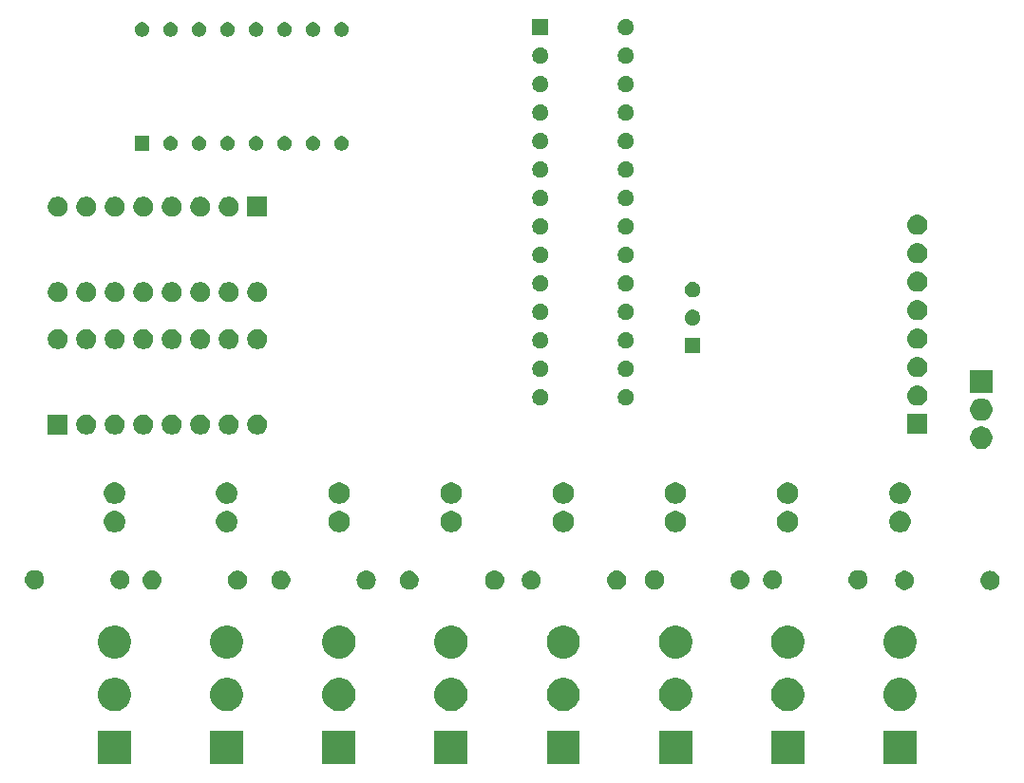
<source format=gbr>
G04 #@! TF.GenerationSoftware,KiCad,Pcbnew,(5.0.2)-1*
G04 #@! TF.CreationDate,2019-11-03T18:05:40-05:00*
G04 #@! TF.ProjectId,bin2hex,62696e32-6865-4782-9e6b-696361645f70,v01*
G04 #@! TF.SameCoordinates,Original*
G04 #@! TF.FileFunction,Soldermask,Bot*
G04 #@! TF.FilePolarity,Negative*
%FSLAX46Y46*%
G04 Gerber Fmt 4.6, Leading zero omitted, Abs format (unit mm)*
G04 Created by KiCad (PCBNEW (5.0.2)-1) date 11/3/2019 6:05:40 PM*
%MOMM*%
%LPD*%
G01*
G04 APERTURE LIST*
%ADD10C,0.100000*%
G04 APERTURE END LIST*
D10*
G36*
X181475800Y-139374200D02*
X178524200Y-139374200D01*
X178524200Y-136422600D01*
X181475800Y-136422600D01*
X181475800Y-139374200D01*
X181475800Y-139374200D01*
G37*
G36*
X171475800Y-139374200D02*
X168524200Y-139374200D01*
X168524200Y-136422600D01*
X171475800Y-136422600D01*
X171475800Y-139374200D01*
X171475800Y-139374200D01*
G37*
G36*
X161475800Y-139374200D02*
X158524200Y-139374200D01*
X158524200Y-136422600D01*
X161475800Y-136422600D01*
X161475800Y-139374200D01*
X161475800Y-139374200D01*
G37*
G36*
X151475800Y-139374200D02*
X148524200Y-139374200D01*
X148524200Y-136422600D01*
X151475800Y-136422600D01*
X151475800Y-139374200D01*
X151475800Y-139374200D01*
G37*
G36*
X141475800Y-139374200D02*
X138524200Y-139374200D01*
X138524200Y-136422600D01*
X141475800Y-136422600D01*
X141475800Y-139374200D01*
X141475800Y-139374200D01*
G37*
G36*
X111475800Y-139374200D02*
X108524200Y-139374200D01*
X108524200Y-136422600D01*
X111475800Y-136422600D01*
X111475800Y-139374200D01*
X111475800Y-139374200D01*
G37*
G36*
X121475800Y-139374200D02*
X118524200Y-139374200D01*
X118524200Y-136422600D01*
X121475800Y-136422600D01*
X121475800Y-139374200D01*
X121475800Y-139374200D01*
G37*
G36*
X131475800Y-139374200D02*
X128524200Y-139374200D01*
X128524200Y-136422600D01*
X131475800Y-136422600D01*
X131475800Y-139374200D01*
X131475800Y-139374200D01*
G37*
G36*
X180430473Y-131779313D02*
X180699054Y-131890563D01*
X180940771Y-132052073D01*
X181146327Y-132257629D01*
X181307837Y-132499346D01*
X181419087Y-132767927D01*
X181475800Y-133053045D01*
X181475800Y-133343755D01*
X181419087Y-133628873D01*
X181307837Y-133897454D01*
X181146327Y-134139171D01*
X180940771Y-134344727D01*
X180699054Y-134506237D01*
X180430473Y-134617487D01*
X180145355Y-134674200D01*
X179854645Y-134674200D01*
X179569527Y-134617487D01*
X179300946Y-134506237D01*
X179059229Y-134344727D01*
X178853673Y-134139171D01*
X178692163Y-133897454D01*
X178580913Y-133628873D01*
X178524200Y-133343755D01*
X178524200Y-133053045D01*
X178580913Y-132767927D01*
X178692163Y-132499346D01*
X178853673Y-132257629D01*
X179059229Y-132052073D01*
X179300946Y-131890563D01*
X179569527Y-131779313D01*
X179854645Y-131722600D01*
X180145355Y-131722600D01*
X180430473Y-131779313D01*
X180430473Y-131779313D01*
G37*
G36*
X150430473Y-131779313D02*
X150699054Y-131890563D01*
X150940771Y-132052073D01*
X151146327Y-132257629D01*
X151307837Y-132499346D01*
X151419087Y-132767927D01*
X151475800Y-133053045D01*
X151475800Y-133343755D01*
X151419087Y-133628873D01*
X151307837Y-133897454D01*
X151146327Y-134139171D01*
X150940771Y-134344727D01*
X150699054Y-134506237D01*
X150430473Y-134617487D01*
X150145355Y-134674200D01*
X149854645Y-134674200D01*
X149569527Y-134617487D01*
X149300946Y-134506237D01*
X149059229Y-134344727D01*
X148853673Y-134139171D01*
X148692163Y-133897454D01*
X148580913Y-133628873D01*
X148524200Y-133343755D01*
X148524200Y-133053045D01*
X148580913Y-132767927D01*
X148692163Y-132499346D01*
X148853673Y-132257629D01*
X149059229Y-132052073D01*
X149300946Y-131890563D01*
X149569527Y-131779313D01*
X149854645Y-131722600D01*
X150145355Y-131722600D01*
X150430473Y-131779313D01*
X150430473Y-131779313D01*
G37*
G36*
X120430473Y-131779313D02*
X120699054Y-131890563D01*
X120940771Y-132052073D01*
X121146327Y-132257629D01*
X121307837Y-132499346D01*
X121419087Y-132767927D01*
X121475800Y-133053045D01*
X121475800Y-133343755D01*
X121419087Y-133628873D01*
X121307837Y-133897454D01*
X121146327Y-134139171D01*
X120940771Y-134344727D01*
X120699054Y-134506237D01*
X120430473Y-134617487D01*
X120145355Y-134674200D01*
X119854645Y-134674200D01*
X119569527Y-134617487D01*
X119300946Y-134506237D01*
X119059229Y-134344727D01*
X118853673Y-134139171D01*
X118692163Y-133897454D01*
X118580913Y-133628873D01*
X118524200Y-133343755D01*
X118524200Y-133053045D01*
X118580913Y-132767927D01*
X118692163Y-132499346D01*
X118853673Y-132257629D01*
X119059229Y-132052073D01*
X119300946Y-131890563D01*
X119569527Y-131779313D01*
X119854645Y-131722600D01*
X120145355Y-131722600D01*
X120430473Y-131779313D01*
X120430473Y-131779313D01*
G37*
G36*
X160430473Y-131779313D02*
X160699054Y-131890563D01*
X160940771Y-132052073D01*
X161146327Y-132257629D01*
X161307837Y-132499346D01*
X161419087Y-132767927D01*
X161475800Y-133053045D01*
X161475800Y-133343755D01*
X161419087Y-133628873D01*
X161307837Y-133897454D01*
X161146327Y-134139171D01*
X160940771Y-134344727D01*
X160699054Y-134506237D01*
X160430473Y-134617487D01*
X160145355Y-134674200D01*
X159854645Y-134674200D01*
X159569527Y-134617487D01*
X159300946Y-134506237D01*
X159059229Y-134344727D01*
X158853673Y-134139171D01*
X158692163Y-133897454D01*
X158580913Y-133628873D01*
X158524200Y-133343755D01*
X158524200Y-133053045D01*
X158580913Y-132767927D01*
X158692163Y-132499346D01*
X158853673Y-132257629D01*
X159059229Y-132052073D01*
X159300946Y-131890563D01*
X159569527Y-131779313D01*
X159854645Y-131722600D01*
X160145355Y-131722600D01*
X160430473Y-131779313D01*
X160430473Y-131779313D01*
G37*
G36*
X170430473Y-131779313D02*
X170699054Y-131890563D01*
X170940771Y-132052073D01*
X171146327Y-132257629D01*
X171307837Y-132499346D01*
X171419087Y-132767927D01*
X171475800Y-133053045D01*
X171475800Y-133343755D01*
X171419087Y-133628873D01*
X171307837Y-133897454D01*
X171146327Y-134139171D01*
X170940771Y-134344727D01*
X170699054Y-134506237D01*
X170430473Y-134617487D01*
X170145355Y-134674200D01*
X169854645Y-134674200D01*
X169569527Y-134617487D01*
X169300946Y-134506237D01*
X169059229Y-134344727D01*
X168853673Y-134139171D01*
X168692163Y-133897454D01*
X168580913Y-133628873D01*
X168524200Y-133343755D01*
X168524200Y-133053045D01*
X168580913Y-132767927D01*
X168692163Y-132499346D01*
X168853673Y-132257629D01*
X169059229Y-132052073D01*
X169300946Y-131890563D01*
X169569527Y-131779313D01*
X169854645Y-131722600D01*
X170145355Y-131722600D01*
X170430473Y-131779313D01*
X170430473Y-131779313D01*
G37*
G36*
X140430473Y-131779313D02*
X140699054Y-131890563D01*
X140940771Y-132052073D01*
X141146327Y-132257629D01*
X141307837Y-132499346D01*
X141419087Y-132767927D01*
X141475800Y-133053045D01*
X141475800Y-133343755D01*
X141419087Y-133628873D01*
X141307837Y-133897454D01*
X141146327Y-134139171D01*
X140940771Y-134344727D01*
X140699054Y-134506237D01*
X140430473Y-134617487D01*
X140145355Y-134674200D01*
X139854645Y-134674200D01*
X139569527Y-134617487D01*
X139300946Y-134506237D01*
X139059229Y-134344727D01*
X138853673Y-134139171D01*
X138692163Y-133897454D01*
X138580913Y-133628873D01*
X138524200Y-133343755D01*
X138524200Y-133053045D01*
X138580913Y-132767927D01*
X138692163Y-132499346D01*
X138853673Y-132257629D01*
X139059229Y-132052073D01*
X139300946Y-131890563D01*
X139569527Y-131779313D01*
X139854645Y-131722600D01*
X140145355Y-131722600D01*
X140430473Y-131779313D01*
X140430473Y-131779313D01*
G37*
G36*
X130430473Y-131779313D02*
X130699054Y-131890563D01*
X130940771Y-132052073D01*
X131146327Y-132257629D01*
X131307837Y-132499346D01*
X131419087Y-132767927D01*
X131475800Y-133053045D01*
X131475800Y-133343755D01*
X131419087Y-133628873D01*
X131307837Y-133897454D01*
X131146327Y-134139171D01*
X130940771Y-134344727D01*
X130699054Y-134506237D01*
X130430473Y-134617487D01*
X130145355Y-134674200D01*
X129854645Y-134674200D01*
X129569527Y-134617487D01*
X129300946Y-134506237D01*
X129059229Y-134344727D01*
X128853673Y-134139171D01*
X128692163Y-133897454D01*
X128580913Y-133628873D01*
X128524200Y-133343755D01*
X128524200Y-133053045D01*
X128580913Y-132767927D01*
X128692163Y-132499346D01*
X128853673Y-132257629D01*
X129059229Y-132052073D01*
X129300946Y-131890563D01*
X129569527Y-131779313D01*
X129854645Y-131722600D01*
X130145355Y-131722600D01*
X130430473Y-131779313D01*
X130430473Y-131779313D01*
G37*
G36*
X110430473Y-131779313D02*
X110699054Y-131890563D01*
X110940771Y-132052073D01*
X111146327Y-132257629D01*
X111307837Y-132499346D01*
X111419087Y-132767927D01*
X111475800Y-133053045D01*
X111475800Y-133343755D01*
X111419087Y-133628873D01*
X111307837Y-133897454D01*
X111146327Y-134139171D01*
X110940771Y-134344727D01*
X110699054Y-134506237D01*
X110430473Y-134617487D01*
X110145355Y-134674200D01*
X109854645Y-134674200D01*
X109569527Y-134617487D01*
X109300946Y-134506237D01*
X109059229Y-134344727D01*
X108853673Y-134139171D01*
X108692163Y-133897454D01*
X108580913Y-133628873D01*
X108524200Y-133343755D01*
X108524200Y-133053045D01*
X108580913Y-132767927D01*
X108692163Y-132499346D01*
X108853673Y-132257629D01*
X109059229Y-132052073D01*
X109300946Y-131890563D01*
X109569527Y-131779313D01*
X109854645Y-131722600D01*
X110145355Y-131722600D01*
X110430473Y-131779313D01*
X110430473Y-131779313D01*
G37*
G36*
X110430473Y-127079313D02*
X110699054Y-127190563D01*
X110940771Y-127352073D01*
X111146327Y-127557629D01*
X111307837Y-127799346D01*
X111419087Y-128067927D01*
X111475800Y-128353045D01*
X111475800Y-128643755D01*
X111419087Y-128928873D01*
X111307837Y-129197454D01*
X111146327Y-129439171D01*
X110940771Y-129644727D01*
X110699054Y-129806237D01*
X110430473Y-129917487D01*
X110145355Y-129974200D01*
X109854645Y-129974200D01*
X109569527Y-129917487D01*
X109300946Y-129806237D01*
X109059229Y-129644727D01*
X108853673Y-129439171D01*
X108692163Y-129197454D01*
X108580913Y-128928873D01*
X108524200Y-128643755D01*
X108524200Y-128353045D01*
X108580913Y-128067927D01*
X108692163Y-127799346D01*
X108853673Y-127557629D01*
X109059229Y-127352073D01*
X109300946Y-127190563D01*
X109569527Y-127079313D01*
X109854645Y-127022600D01*
X110145355Y-127022600D01*
X110430473Y-127079313D01*
X110430473Y-127079313D01*
G37*
G36*
X150430473Y-127079313D02*
X150699054Y-127190563D01*
X150940771Y-127352073D01*
X151146327Y-127557629D01*
X151307837Y-127799346D01*
X151419087Y-128067927D01*
X151475800Y-128353045D01*
X151475800Y-128643755D01*
X151419087Y-128928873D01*
X151307837Y-129197454D01*
X151146327Y-129439171D01*
X150940771Y-129644727D01*
X150699054Y-129806237D01*
X150430473Y-129917487D01*
X150145355Y-129974200D01*
X149854645Y-129974200D01*
X149569527Y-129917487D01*
X149300946Y-129806237D01*
X149059229Y-129644727D01*
X148853673Y-129439171D01*
X148692163Y-129197454D01*
X148580913Y-128928873D01*
X148524200Y-128643755D01*
X148524200Y-128353045D01*
X148580913Y-128067927D01*
X148692163Y-127799346D01*
X148853673Y-127557629D01*
X149059229Y-127352073D01*
X149300946Y-127190563D01*
X149569527Y-127079313D01*
X149854645Y-127022600D01*
X150145355Y-127022600D01*
X150430473Y-127079313D01*
X150430473Y-127079313D01*
G37*
G36*
X160430473Y-127079313D02*
X160699054Y-127190563D01*
X160940771Y-127352073D01*
X161146327Y-127557629D01*
X161307837Y-127799346D01*
X161419087Y-128067927D01*
X161475800Y-128353045D01*
X161475800Y-128643755D01*
X161419087Y-128928873D01*
X161307837Y-129197454D01*
X161146327Y-129439171D01*
X160940771Y-129644727D01*
X160699054Y-129806237D01*
X160430473Y-129917487D01*
X160145355Y-129974200D01*
X159854645Y-129974200D01*
X159569527Y-129917487D01*
X159300946Y-129806237D01*
X159059229Y-129644727D01*
X158853673Y-129439171D01*
X158692163Y-129197454D01*
X158580913Y-128928873D01*
X158524200Y-128643755D01*
X158524200Y-128353045D01*
X158580913Y-128067927D01*
X158692163Y-127799346D01*
X158853673Y-127557629D01*
X159059229Y-127352073D01*
X159300946Y-127190563D01*
X159569527Y-127079313D01*
X159854645Y-127022600D01*
X160145355Y-127022600D01*
X160430473Y-127079313D01*
X160430473Y-127079313D01*
G37*
G36*
X140430473Y-127079313D02*
X140699054Y-127190563D01*
X140940771Y-127352073D01*
X141146327Y-127557629D01*
X141307837Y-127799346D01*
X141419087Y-128067927D01*
X141475800Y-128353045D01*
X141475800Y-128643755D01*
X141419087Y-128928873D01*
X141307837Y-129197454D01*
X141146327Y-129439171D01*
X140940771Y-129644727D01*
X140699054Y-129806237D01*
X140430473Y-129917487D01*
X140145355Y-129974200D01*
X139854645Y-129974200D01*
X139569527Y-129917487D01*
X139300946Y-129806237D01*
X139059229Y-129644727D01*
X138853673Y-129439171D01*
X138692163Y-129197454D01*
X138580913Y-128928873D01*
X138524200Y-128643755D01*
X138524200Y-128353045D01*
X138580913Y-128067927D01*
X138692163Y-127799346D01*
X138853673Y-127557629D01*
X139059229Y-127352073D01*
X139300946Y-127190563D01*
X139569527Y-127079313D01*
X139854645Y-127022600D01*
X140145355Y-127022600D01*
X140430473Y-127079313D01*
X140430473Y-127079313D01*
G37*
G36*
X120430473Y-127079313D02*
X120699054Y-127190563D01*
X120940771Y-127352073D01*
X121146327Y-127557629D01*
X121307837Y-127799346D01*
X121419087Y-128067927D01*
X121475800Y-128353045D01*
X121475800Y-128643755D01*
X121419087Y-128928873D01*
X121307837Y-129197454D01*
X121146327Y-129439171D01*
X120940771Y-129644727D01*
X120699054Y-129806237D01*
X120430473Y-129917487D01*
X120145355Y-129974200D01*
X119854645Y-129974200D01*
X119569527Y-129917487D01*
X119300946Y-129806237D01*
X119059229Y-129644727D01*
X118853673Y-129439171D01*
X118692163Y-129197454D01*
X118580913Y-128928873D01*
X118524200Y-128643755D01*
X118524200Y-128353045D01*
X118580913Y-128067927D01*
X118692163Y-127799346D01*
X118853673Y-127557629D01*
X119059229Y-127352073D01*
X119300946Y-127190563D01*
X119569527Y-127079313D01*
X119854645Y-127022600D01*
X120145355Y-127022600D01*
X120430473Y-127079313D01*
X120430473Y-127079313D01*
G37*
G36*
X170430473Y-127079313D02*
X170699054Y-127190563D01*
X170940771Y-127352073D01*
X171146327Y-127557629D01*
X171307837Y-127799346D01*
X171419087Y-128067927D01*
X171475800Y-128353045D01*
X171475800Y-128643755D01*
X171419087Y-128928873D01*
X171307837Y-129197454D01*
X171146327Y-129439171D01*
X170940771Y-129644727D01*
X170699054Y-129806237D01*
X170430473Y-129917487D01*
X170145355Y-129974200D01*
X169854645Y-129974200D01*
X169569527Y-129917487D01*
X169300946Y-129806237D01*
X169059229Y-129644727D01*
X168853673Y-129439171D01*
X168692163Y-129197454D01*
X168580913Y-128928873D01*
X168524200Y-128643755D01*
X168524200Y-128353045D01*
X168580913Y-128067927D01*
X168692163Y-127799346D01*
X168853673Y-127557629D01*
X169059229Y-127352073D01*
X169300946Y-127190563D01*
X169569527Y-127079313D01*
X169854645Y-127022600D01*
X170145355Y-127022600D01*
X170430473Y-127079313D01*
X170430473Y-127079313D01*
G37*
G36*
X130430473Y-127079313D02*
X130699054Y-127190563D01*
X130940771Y-127352073D01*
X131146327Y-127557629D01*
X131307837Y-127799346D01*
X131419087Y-128067927D01*
X131475800Y-128353045D01*
X131475800Y-128643755D01*
X131419087Y-128928873D01*
X131307837Y-129197454D01*
X131146327Y-129439171D01*
X130940771Y-129644727D01*
X130699054Y-129806237D01*
X130430473Y-129917487D01*
X130145355Y-129974200D01*
X129854645Y-129974200D01*
X129569527Y-129917487D01*
X129300946Y-129806237D01*
X129059229Y-129644727D01*
X128853673Y-129439171D01*
X128692163Y-129197454D01*
X128580913Y-128928873D01*
X128524200Y-128643755D01*
X128524200Y-128353045D01*
X128580913Y-128067927D01*
X128692163Y-127799346D01*
X128853673Y-127557629D01*
X129059229Y-127352073D01*
X129300946Y-127190563D01*
X129569527Y-127079313D01*
X129854645Y-127022600D01*
X130145355Y-127022600D01*
X130430473Y-127079313D01*
X130430473Y-127079313D01*
G37*
G36*
X180430473Y-127079313D02*
X180699054Y-127190563D01*
X180940771Y-127352073D01*
X181146327Y-127557629D01*
X181307837Y-127799346D01*
X181419087Y-128067927D01*
X181475800Y-128353045D01*
X181475800Y-128643755D01*
X181419087Y-128928873D01*
X181307837Y-129197454D01*
X181146327Y-129439171D01*
X180940771Y-129644727D01*
X180699054Y-129806237D01*
X180430473Y-129917487D01*
X180145355Y-129974200D01*
X179854645Y-129974200D01*
X179569527Y-129917487D01*
X179300946Y-129806237D01*
X179059229Y-129644727D01*
X178853673Y-129439171D01*
X178692163Y-129197454D01*
X178580913Y-128928873D01*
X178524200Y-128643755D01*
X178524200Y-128353045D01*
X178580913Y-128067927D01*
X178692163Y-127799346D01*
X178853673Y-127557629D01*
X179059229Y-127352073D01*
X179300946Y-127190563D01*
X179569527Y-127079313D01*
X179854645Y-127022600D01*
X180145355Y-127022600D01*
X180430473Y-127079313D01*
X180430473Y-127079313D01*
G37*
G36*
X188202987Y-122173710D02*
X188363360Y-122222360D01*
X188363362Y-122222361D01*
X188511166Y-122301363D01*
X188640717Y-122407683D01*
X188747037Y-122537234D01*
X188819518Y-122672838D01*
X188826040Y-122685040D01*
X188874690Y-122845413D01*
X188891116Y-123012200D01*
X188874690Y-123178987D01*
X188826040Y-123339360D01*
X188826039Y-123339362D01*
X188747037Y-123487166D01*
X188640717Y-123616717D01*
X188511166Y-123723037D01*
X188363362Y-123802039D01*
X188363360Y-123802040D01*
X188202987Y-123850690D01*
X188077994Y-123863000D01*
X187994406Y-123863000D01*
X187869413Y-123850690D01*
X187709040Y-123802040D01*
X187709038Y-123802039D01*
X187561234Y-123723037D01*
X187431683Y-123616717D01*
X187325363Y-123487166D01*
X187246361Y-123339362D01*
X187246360Y-123339360D01*
X187197710Y-123178987D01*
X187181284Y-123012200D01*
X187197710Y-122845413D01*
X187246360Y-122685040D01*
X187252882Y-122672838D01*
X187325363Y-122537234D01*
X187431683Y-122407683D01*
X187561234Y-122301363D01*
X187709038Y-122222361D01*
X187709040Y-122222360D01*
X187869413Y-122173710D01*
X187994406Y-122161400D01*
X188077994Y-122161400D01*
X188202987Y-122173710D01*
X188202987Y-122173710D01*
G37*
G36*
X180664369Y-122194095D02*
X180819205Y-122258231D01*
X180958554Y-122351340D01*
X181077060Y-122469846D01*
X181170169Y-122609195D01*
X181234305Y-122764031D01*
X181267000Y-122928403D01*
X181267000Y-123095997D01*
X181234305Y-123260369D01*
X181170169Y-123415205D01*
X181077060Y-123554554D01*
X180958554Y-123673060D01*
X180819205Y-123766169D01*
X180664369Y-123830305D01*
X180499997Y-123863000D01*
X180332403Y-123863000D01*
X180168031Y-123830305D01*
X180013195Y-123766169D01*
X179873846Y-123673060D01*
X179755340Y-123554554D01*
X179662231Y-123415205D01*
X179598095Y-123260369D01*
X179565400Y-123095997D01*
X179565400Y-122928403D01*
X179598095Y-122764031D01*
X179662231Y-122609195D01*
X179755340Y-122469846D01*
X179873846Y-122351340D01*
X180013195Y-122258231D01*
X180168031Y-122194095D01*
X180332403Y-122161400D01*
X180499997Y-122161400D01*
X180664369Y-122194095D01*
X180664369Y-122194095D01*
G37*
G36*
X136498169Y-122181895D02*
X136653005Y-122246031D01*
X136792354Y-122339140D01*
X136910860Y-122457646D01*
X137003969Y-122596995D01*
X137068105Y-122751831D01*
X137100800Y-122916203D01*
X137100800Y-123083797D01*
X137068105Y-123248169D01*
X137003969Y-123403005D01*
X136910860Y-123542354D01*
X136792354Y-123660860D01*
X136653005Y-123753969D01*
X136498169Y-123818105D01*
X136333797Y-123850800D01*
X136166203Y-123850800D01*
X136001831Y-123818105D01*
X135846995Y-123753969D01*
X135707646Y-123660860D01*
X135589140Y-123542354D01*
X135496031Y-123403005D01*
X135431895Y-123248169D01*
X135399200Y-123083797D01*
X135399200Y-122916203D01*
X135431895Y-122751831D01*
X135496031Y-122596995D01*
X135589140Y-122457646D01*
X135707646Y-122339140D01*
X135846995Y-122246031D01*
X136001831Y-122181895D01*
X136166203Y-122149200D01*
X136333797Y-122149200D01*
X136498169Y-122181895D01*
X136498169Y-122181895D01*
G37*
G36*
X144036787Y-122161510D02*
X144197160Y-122210160D01*
X144197162Y-122210161D01*
X144344966Y-122289163D01*
X144474517Y-122395483D01*
X144580837Y-122525034D01*
X144659839Y-122672838D01*
X144659840Y-122672840D01*
X144708490Y-122833213D01*
X144724916Y-123000000D01*
X144708490Y-123166787D01*
X144659840Y-123327160D01*
X144659839Y-123327162D01*
X144580837Y-123474966D01*
X144474517Y-123604517D01*
X144344966Y-123710837D01*
X144197162Y-123789839D01*
X144197160Y-123789840D01*
X144036787Y-123838490D01*
X143911794Y-123850800D01*
X143828206Y-123850800D01*
X143703213Y-123838490D01*
X143542840Y-123789840D01*
X143542838Y-123789839D01*
X143395034Y-123710837D01*
X143265483Y-123604517D01*
X143159163Y-123474966D01*
X143080161Y-123327162D01*
X143080160Y-123327160D01*
X143031510Y-123166787D01*
X143015084Y-123000000D01*
X143031510Y-122833213D01*
X143080160Y-122672840D01*
X143080161Y-122672838D01*
X143159163Y-122525034D01*
X143265483Y-122395483D01*
X143395034Y-122289163D01*
X143542838Y-122210161D01*
X143542840Y-122210160D01*
X143703213Y-122161510D01*
X143828206Y-122149200D01*
X143911794Y-122149200D01*
X144036787Y-122161510D01*
X144036787Y-122161510D01*
G37*
G36*
X154928987Y-122161510D02*
X155089360Y-122210160D01*
X155089362Y-122210161D01*
X155237166Y-122289163D01*
X155366717Y-122395483D01*
X155473037Y-122525034D01*
X155552039Y-122672838D01*
X155552040Y-122672840D01*
X155600690Y-122833213D01*
X155617116Y-123000000D01*
X155600690Y-123166787D01*
X155552040Y-123327160D01*
X155552039Y-123327162D01*
X155473037Y-123474966D01*
X155366717Y-123604517D01*
X155237166Y-123710837D01*
X155089362Y-123789839D01*
X155089360Y-123789840D01*
X154928987Y-123838490D01*
X154803994Y-123850800D01*
X154720406Y-123850800D01*
X154595413Y-123838490D01*
X154435040Y-123789840D01*
X154435038Y-123789839D01*
X154287234Y-123710837D01*
X154157683Y-123604517D01*
X154051363Y-123474966D01*
X153972361Y-123327162D01*
X153972360Y-123327160D01*
X153923710Y-123166787D01*
X153907284Y-123000000D01*
X153923710Y-122833213D01*
X153972360Y-122672840D01*
X153972361Y-122672838D01*
X154051363Y-122525034D01*
X154157683Y-122395483D01*
X154287234Y-122289163D01*
X154435038Y-122210161D01*
X154435040Y-122210160D01*
X154595413Y-122161510D01*
X154720406Y-122149200D01*
X154803994Y-122149200D01*
X154928987Y-122161510D01*
X154928987Y-122161510D01*
G37*
G36*
X147390369Y-122181895D02*
X147545205Y-122246031D01*
X147684554Y-122339140D01*
X147803060Y-122457646D01*
X147896169Y-122596995D01*
X147960305Y-122751831D01*
X147993000Y-122916203D01*
X147993000Y-123083797D01*
X147960305Y-123248169D01*
X147896169Y-123403005D01*
X147803060Y-123542354D01*
X147684554Y-123660860D01*
X147545205Y-123753969D01*
X147390369Y-123818105D01*
X147225997Y-123850800D01*
X147058403Y-123850800D01*
X146894031Y-123818105D01*
X146739195Y-123753969D01*
X146599846Y-123660860D01*
X146481340Y-123542354D01*
X146388231Y-123403005D01*
X146324095Y-123248169D01*
X146291400Y-123083797D01*
X146291400Y-122916203D01*
X146324095Y-122751831D01*
X146388231Y-122596995D01*
X146481340Y-122457646D01*
X146599846Y-122339140D01*
X146739195Y-122246031D01*
X146894031Y-122181895D01*
X147058403Y-122149200D01*
X147225997Y-122149200D01*
X147390369Y-122181895D01*
X147390369Y-122181895D01*
G37*
G36*
X132602387Y-122148310D02*
X132762760Y-122196960D01*
X132762762Y-122196961D01*
X132910566Y-122275963D01*
X133040117Y-122382283D01*
X133146437Y-122511834D01*
X133225439Y-122659638D01*
X133225440Y-122659640D01*
X133274090Y-122820013D01*
X133290516Y-122986800D01*
X133274090Y-123153587D01*
X133225440Y-123313960D01*
X133225439Y-123313962D01*
X133146437Y-123461766D01*
X133040117Y-123591317D01*
X132910566Y-123697637D01*
X132762762Y-123776639D01*
X132762760Y-123776640D01*
X132602387Y-123825290D01*
X132477394Y-123837600D01*
X132393806Y-123837600D01*
X132268813Y-123825290D01*
X132108440Y-123776640D01*
X132108438Y-123776639D01*
X131960634Y-123697637D01*
X131831083Y-123591317D01*
X131724763Y-123461766D01*
X131645761Y-123313962D01*
X131645760Y-123313960D01*
X131597110Y-123153587D01*
X131580684Y-122986800D01*
X131597110Y-122820013D01*
X131645760Y-122659640D01*
X131645761Y-122659638D01*
X131724763Y-122511834D01*
X131831083Y-122382283D01*
X131960634Y-122275963D01*
X132108438Y-122196961D01*
X132108440Y-122196960D01*
X132268813Y-122148310D01*
X132393806Y-122136000D01*
X132477394Y-122136000D01*
X132602387Y-122148310D01*
X132602387Y-122148310D01*
G37*
G36*
X125063769Y-122168695D02*
X125218605Y-122232831D01*
X125357954Y-122325940D01*
X125476460Y-122444446D01*
X125569569Y-122583795D01*
X125633705Y-122738631D01*
X125666400Y-122903003D01*
X125666400Y-123070597D01*
X125633705Y-123234969D01*
X125569569Y-123389805D01*
X125476460Y-123529154D01*
X125357954Y-123647660D01*
X125218605Y-123740769D01*
X125063769Y-123804905D01*
X124899397Y-123837600D01*
X124731803Y-123837600D01*
X124567431Y-123804905D01*
X124412595Y-123740769D01*
X124273246Y-123647660D01*
X124154740Y-123529154D01*
X124061631Y-123389805D01*
X123997495Y-123234969D01*
X123964800Y-123070597D01*
X123964800Y-122903003D01*
X123997495Y-122738631D01*
X124061631Y-122583795D01*
X124154740Y-122444446D01*
X124273246Y-122325940D01*
X124412595Y-122232831D01*
X124567431Y-122168695D01*
X124731803Y-122136000D01*
X124899397Y-122136000D01*
X125063769Y-122168695D01*
X125063769Y-122168695D01*
G37*
G36*
X121202969Y-122168695D02*
X121357805Y-122232831D01*
X121497154Y-122325940D01*
X121615660Y-122444446D01*
X121708769Y-122583795D01*
X121772905Y-122738631D01*
X121805600Y-122903003D01*
X121805600Y-123070597D01*
X121772905Y-123234969D01*
X121708769Y-123389805D01*
X121615660Y-123529154D01*
X121497154Y-123647660D01*
X121357805Y-123740769D01*
X121202969Y-123804905D01*
X121038597Y-123837600D01*
X120871003Y-123837600D01*
X120706631Y-123804905D01*
X120551795Y-123740769D01*
X120412446Y-123647660D01*
X120293940Y-123529154D01*
X120200831Y-123389805D01*
X120136695Y-123234969D01*
X120104000Y-123070597D01*
X120104000Y-122903003D01*
X120136695Y-122738631D01*
X120200831Y-122583795D01*
X120293940Y-122444446D01*
X120412446Y-122325940D01*
X120551795Y-122232831D01*
X120706631Y-122168695D01*
X120871003Y-122136000D01*
X121038597Y-122136000D01*
X121202969Y-122168695D01*
X121202969Y-122168695D01*
G37*
G36*
X113501587Y-122148310D02*
X113661960Y-122196960D01*
X113661962Y-122196961D01*
X113809766Y-122275963D01*
X113939317Y-122382283D01*
X114045637Y-122511834D01*
X114124639Y-122659638D01*
X114124640Y-122659640D01*
X114173290Y-122820013D01*
X114189716Y-122986800D01*
X114173290Y-123153587D01*
X114124640Y-123313960D01*
X114124639Y-123313962D01*
X114045637Y-123461766D01*
X113939317Y-123591317D01*
X113809766Y-123697637D01*
X113661962Y-123776639D01*
X113661960Y-123776640D01*
X113501587Y-123825290D01*
X113376594Y-123837600D01*
X113293006Y-123837600D01*
X113168013Y-123825290D01*
X113007640Y-123776640D01*
X113007638Y-123776639D01*
X112859834Y-123697637D01*
X112730283Y-123591317D01*
X112623963Y-123461766D01*
X112544961Y-123313962D01*
X112544960Y-123313960D01*
X112496310Y-123153587D01*
X112479884Y-122986800D01*
X112496310Y-122820013D01*
X112544960Y-122659640D01*
X112544961Y-122659638D01*
X112623963Y-122511834D01*
X112730283Y-122382283D01*
X112859834Y-122275963D01*
X113007638Y-122196961D01*
X113007640Y-122196960D01*
X113168013Y-122148310D01*
X113293006Y-122136000D01*
X113376594Y-122136000D01*
X113501587Y-122148310D01*
X113501587Y-122148310D01*
G37*
G36*
X158363169Y-122143295D02*
X158518005Y-122207431D01*
X158657354Y-122300540D01*
X158775860Y-122419046D01*
X158868969Y-122558395D01*
X158933105Y-122713231D01*
X158965800Y-122877603D01*
X158965800Y-123045197D01*
X158933105Y-123209569D01*
X158868969Y-123364405D01*
X158775860Y-123503754D01*
X158657354Y-123622260D01*
X158518005Y-123715369D01*
X158363169Y-123779505D01*
X158198797Y-123812200D01*
X158031203Y-123812200D01*
X157866831Y-123779505D01*
X157711995Y-123715369D01*
X157572646Y-123622260D01*
X157454140Y-123503754D01*
X157361031Y-123364405D01*
X157296895Y-123209569D01*
X157264200Y-123045197D01*
X157264200Y-122877603D01*
X157296895Y-122713231D01*
X157361031Y-122558395D01*
X157454140Y-122419046D01*
X157572646Y-122300540D01*
X157711995Y-122207431D01*
X157866831Y-122143295D01*
X158031203Y-122110600D01*
X158198797Y-122110600D01*
X158363169Y-122143295D01*
X158363169Y-122143295D01*
G37*
G36*
X165901787Y-122122910D02*
X166062160Y-122171560D01*
X166062162Y-122171561D01*
X166209966Y-122250563D01*
X166339517Y-122356883D01*
X166445837Y-122486434D01*
X166511453Y-122609195D01*
X166524840Y-122634240D01*
X166573490Y-122794613D01*
X166589916Y-122961400D01*
X166573490Y-123128187D01*
X166524840Y-123288560D01*
X166524839Y-123288562D01*
X166445837Y-123436366D01*
X166339517Y-123565917D01*
X166209966Y-123672237D01*
X166081752Y-123740768D01*
X166062160Y-123751240D01*
X165901787Y-123799890D01*
X165776794Y-123812200D01*
X165693206Y-123812200D01*
X165568213Y-123799890D01*
X165407840Y-123751240D01*
X165388248Y-123740768D01*
X165260034Y-123672237D01*
X165130483Y-123565917D01*
X165024163Y-123436366D01*
X164945161Y-123288562D01*
X164945160Y-123288560D01*
X164896510Y-123128187D01*
X164880084Y-122961400D01*
X164896510Y-122794613D01*
X164945160Y-122634240D01*
X164958547Y-122609195D01*
X165024163Y-122486434D01*
X165130483Y-122356883D01*
X165260034Y-122250563D01*
X165407838Y-122171561D01*
X165407840Y-122171560D01*
X165568213Y-122122910D01*
X165693206Y-122110600D01*
X165776794Y-122110600D01*
X165901787Y-122122910D01*
X165901787Y-122122910D01*
G37*
G36*
X168904169Y-122117895D02*
X169059005Y-122182031D01*
X169198354Y-122275140D01*
X169316860Y-122393646D01*
X169409969Y-122532995D01*
X169474105Y-122687831D01*
X169506800Y-122852203D01*
X169506800Y-123019797D01*
X169474105Y-123184169D01*
X169409969Y-123339005D01*
X169316860Y-123478354D01*
X169198354Y-123596860D01*
X169059005Y-123689969D01*
X168904169Y-123754105D01*
X168739797Y-123786800D01*
X168572203Y-123786800D01*
X168407831Y-123754105D01*
X168252995Y-123689969D01*
X168113646Y-123596860D01*
X167995140Y-123478354D01*
X167902031Y-123339005D01*
X167837895Y-123184169D01*
X167805200Y-123019797D01*
X167805200Y-122852203D01*
X167837895Y-122687831D01*
X167902031Y-122532995D01*
X167995140Y-122393646D01*
X168113646Y-122275140D01*
X168252995Y-122182031D01*
X168407831Y-122117895D01*
X168572203Y-122085200D01*
X168739797Y-122085200D01*
X168904169Y-122117895D01*
X168904169Y-122117895D01*
G37*
G36*
X110738169Y-122117895D02*
X110893005Y-122182031D01*
X111032354Y-122275140D01*
X111150860Y-122393646D01*
X111243969Y-122532995D01*
X111308105Y-122687831D01*
X111340800Y-122852203D01*
X111340800Y-123019797D01*
X111308105Y-123184169D01*
X111243969Y-123339005D01*
X111150860Y-123478354D01*
X111032354Y-123596860D01*
X110893005Y-123689969D01*
X110738169Y-123754105D01*
X110573797Y-123786800D01*
X110406203Y-123786800D01*
X110241831Y-123754105D01*
X110086995Y-123689969D01*
X109947646Y-123596860D01*
X109829140Y-123478354D01*
X109736031Y-123339005D01*
X109671895Y-123184169D01*
X109639200Y-123019797D01*
X109639200Y-122852203D01*
X109671895Y-122687831D01*
X109736031Y-122532995D01*
X109829140Y-122393646D01*
X109947646Y-122275140D01*
X110086995Y-122182031D01*
X110241831Y-122117895D01*
X110406203Y-122085200D01*
X110573797Y-122085200D01*
X110738169Y-122117895D01*
X110738169Y-122117895D01*
G37*
G36*
X176442787Y-122097510D02*
X176603160Y-122146160D01*
X176603162Y-122146161D01*
X176750966Y-122225163D01*
X176880517Y-122331483D01*
X176986837Y-122461034D01*
X177027565Y-122537232D01*
X177065840Y-122608840D01*
X177114490Y-122769213D01*
X177130916Y-122936000D01*
X177114490Y-123102787D01*
X177065840Y-123263160D01*
X177065839Y-123263162D01*
X176986837Y-123410966D01*
X176880517Y-123540517D01*
X176750966Y-123646837D01*
X176631229Y-123710837D01*
X176603160Y-123725840D01*
X176442787Y-123774490D01*
X176317794Y-123786800D01*
X176234206Y-123786800D01*
X176109213Y-123774490D01*
X175948840Y-123725840D01*
X175920771Y-123710837D01*
X175801034Y-123646837D01*
X175671483Y-123540517D01*
X175565163Y-123410966D01*
X175486161Y-123263162D01*
X175486160Y-123263160D01*
X175437510Y-123102787D01*
X175421084Y-122936000D01*
X175437510Y-122769213D01*
X175486160Y-122608840D01*
X175524435Y-122537232D01*
X175565163Y-122461034D01*
X175671483Y-122331483D01*
X175801034Y-122225163D01*
X175948838Y-122146161D01*
X175948840Y-122146160D01*
X176109213Y-122097510D01*
X176234206Y-122085200D01*
X176317794Y-122085200D01*
X176442787Y-122097510D01*
X176442787Y-122097510D01*
G37*
G36*
X103036787Y-122097510D02*
X103197160Y-122146160D01*
X103197162Y-122146161D01*
X103344966Y-122225163D01*
X103474517Y-122331483D01*
X103580837Y-122461034D01*
X103621565Y-122537232D01*
X103659840Y-122608840D01*
X103708490Y-122769213D01*
X103724916Y-122936000D01*
X103708490Y-123102787D01*
X103659840Y-123263160D01*
X103659839Y-123263162D01*
X103580837Y-123410966D01*
X103474517Y-123540517D01*
X103344966Y-123646837D01*
X103225229Y-123710837D01*
X103197160Y-123725840D01*
X103036787Y-123774490D01*
X102911794Y-123786800D01*
X102828206Y-123786800D01*
X102703213Y-123774490D01*
X102542840Y-123725840D01*
X102514771Y-123710837D01*
X102395034Y-123646837D01*
X102265483Y-123540517D01*
X102159163Y-123410966D01*
X102080161Y-123263162D01*
X102080160Y-123263160D01*
X102031510Y-123102787D01*
X102015084Y-122936000D01*
X102031510Y-122769213D01*
X102080160Y-122608840D01*
X102118435Y-122537232D01*
X102159163Y-122461034D01*
X102265483Y-122331483D01*
X102395034Y-122225163D01*
X102542838Y-122146161D01*
X102542840Y-122146160D01*
X102703213Y-122097510D01*
X102828206Y-122085200D01*
X102911794Y-122085200D01*
X103036787Y-122097510D01*
X103036787Y-122097510D01*
G37*
G36*
X170277338Y-116855738D02*
X170450373Y-116927412D01*
X170606100Y-117031465D01*
X170738535Y-117163900D01*
X170842588Y-117319627D01*
X170914262Y-117492662D01*
X170950800Y-117676354D01*
X170950800Y-117863646D01*
X170914262Y-118047338D01*
X170842588Y-118220373D01*
X170738535Y-118376100D01*
X170606100Y-118508535D01*
X170450373Y-118612588D01*
X170277338Y-118684262D01*
X170093646Y-118720800D01*
X169906354Y-118720800D01*
X169722662Y-118684262D01*
X169549627Y-118612588D01*
X169393900Y-118508535D01*
X169261465Y-118376100D01*
X169157412Y-118220373D01*
X169085738Y-118047338D01*
X169049200Y-117863646D01*
X169049200Y-117676354D01*
X169085738Y-117492662D01*
X169157412Y-117319627D01*
X169261465Y-117163900D01*
X169393900Y-117031465D01*
X169549627Y-116927412D01*
X169722662Y-116855738D01*
X169906354Y-116819200D01*
X170093646Y-116819200D01*
X170277338Y-116855738D01*
X170277338Y-116855738D01*
G37*
G36*
X180277338Y-116855738D02*
X180450373Y-116927412D01*
X180606100Y-117031465D01*
X180738535Y-117163900D01*
X180842588Y-117319627D01*
X180914262Y-117492662D01*
X180950800Y-117676354D01*
X180950800Y-117863646D01*
X180914262Y-118047338D01*
X180842588Y-118220373D01*
X180738535Y-118376100D01*
X180606100Y-118508535D01*
X180450373Y-118612588D01*
X180277338Y-118684262D01*
X180093646Y-118720800D01*
X179906354Y-118720800D01*
X179722662Y-118684262D01*
X179549627Y-118612588D01*
X179393900Y-118508535D01*
X179261465Y-118376100D01*
X179157412Y-118220373D01*
X179085738Y-118047338D01*
X179049200Y-117863646D01*
X179049200Y-117676354D01*
X179085738Y-117492662D01*
X179157412Y-117319627D01*
X179261465Y-117163900D01*
X179393900Y-117031465D01*
X179549627Y-116927412D01*
X179722662Y-116855738D01*
X179906354Y-116819200D01*
X180093646Y-116819200D01*
X180277338Y-116855738D01*
X180277338Y-116855738D01*
G37*
G36*
X160277338Y-116855738D02*
X160450373Y-116927412D01*
X160606100Y-117031465D01*
X160738535Y-117163900D01*
X160842588Y-117319627D01*
X160914262Y-117492662D01*
X160950800Y-117676354D01*
X160950800Y-117863646D01*
X160914262Y-118047338D01*
X160842588Y-118220373D01*
X160738535Y-118376100D01*
X160606100Y-118508535D01*
X160450373Y-118612588D01*
X160277338Y-118684262D01*
X160093646Y-118720800D01*
X159906354Y-118720800D01*
X159722662Y-118684262D01*
X159549627Y-118612588D01*
X159393900Y-118508535D01*
X159261465Y-118376100D01*
X159157412Y-118220373D01*
X159085738Y-118047338D01*
X159049200Y-117863646D01*
X159049200Y-117676354D01*
X159085738Y-117492662D01*
X159157412Y-117319627D01*
X159261465Y-117163900D01*
X159393900Y-117031465D01*
X159549627Y-116927412D01*
X159722662Y-116855738D01*
X159906354Y-116819200D01*
X160093646Y-116819200D01*
X160277338Y-116855738D01*
X160277338Y-116855738D01*
G37*
G36*
X150277338Y-116855738D02*
X150450373Y-116927412D01*
X150606100Y-117031465D01*
X150738535Y-117163900D01*
X150842588Y-117319627D01*
X150914262Y-117492662D01*
X150950800Y-117676354D01*
X150950800Y-117863646D01*
X150914262Y-118047338D01*
X150842588Y-118220373D01*
X150738535Y-118376100D01*
X150606100Y-118508535D01*
X150450373Y-118612588D01*
X150277338Y-118684262D01*
X150093646Y-118720800D01*
X149906354Y-118720800D01*
X149722662Y-118684262D01*
X149549627Y-118612588D01*
X149393900Y-118508535D01*
X149261465Y-118376100D01*
X149157412Y-118220373D01*
X149085738Y-118047338D01*
X149049200Y-117863646D01*
X149049200Y-117676354D01*
X149085738Y-117492662D01*
X149157412Y-117319627D01*
X149261465Y-117163900D01*
X149393900Y-117031465D01*
X149549627Y-116927412D01*
X149722662Y-116855738D01*
X149906354Y-116819200D01*
X150093646Y-116819200D01*
X150277338Y-116855738D01*
X150277338Y-116855738D01*
G37*
G36*
X140277338Y-116855738D02*
X140450373Y-116927412D01*
X140606100Y-117031465D01*
X140738535Y-117163900D01*
X140842588Y-117319627D01*
X140914262Y-117492662D01*
X140950800Y-117676354D01*
X140950800Y-117863646D01*
X140914262Y-118047338D01*
X140842588Y-118220373D01*
X140738535Y-118376100D01*
X140606100Y-118508535D01*
X140450373Y-118612588D01*
X140277338Y-118684262D01*
X140093646Y-118720800D01*
X139906354Y-118720800D01*
X139722662Y-118684262D01*
X139549627Y-118612588D01*
X139393900Y-118508535D01*
X139261465Y-118376100D01*
X139157412Y-118220373D01*
X139085738Y-118047338D01*
X139049200Y-117863646D01*
X139049200Y-117676354D01*
X139085738Y-117492662D01*
X139157412Y-117319627D01*
X139261465Y-117163900D01*
X139393900Y-117031465D01*
X139549627Y-116927412D01*
X139722662Y-116855738D01*
X139906354Y-116819200D01*
X140093646Y-116819200D01*
X140277338Y-116855738D01*
X140277338Y-116855738D01*
G37*
G36*
X130277338Y-116855738D02*
X130450373Y-116927412D01*
X130606100Y-117031465D01*
X130738535Y-117163900D01*
X130842588Y-117319627D01*
X130914262Y-117492662D01*
X130950800Y-117676354D01*
X130950800Y-117863646D01*
X130914262Y-118047338D01*
X130842588Y-118220373D01*
X130738535Y-118376100D01*
X130606100Y-118508535D01*
X130450373Y-118612588D01*
X130277338Y-118684262D01*
X130093646Y-118720800D01*
X129906354Y-118720800D01*
X129722662Y-118684262D01*
X129549627Y-118612588D01*
X129393900Y-118508535D01*
X129261465Y-118376100D01*
X129157412Y-118220373D01*
X129085738Y-118047338D01*
X129049200Y-117863646D01*
X129049200Y-117676354D01*
X129085738Y-117492662D01*
X129157412Y-117319627D01*
X129261465Y-117163900D01*
X129393900Y-117031465D01*
X129549627Y-116927412D01*
X129722662Y-116855738D01*
X129906354Y-116819200D01*
X130093646Y-116819200D01*
X130277338Y-116855738D01*
X130277338Y-116855738D01*
G37*
G36*
X120277338Y-116855738D02*
X120450373Y-116927412D01*
X120606100Y-117031465D01*
X120738535Y-117163900D01*
X120842588Y-117319627D01*
X120914262Y-117492662D01*
X120950800Y-117676354D01*
X120950800Y-117863646D01*
X120914262Y-118047338D01*
X120842588Y-118220373D01*
X120738535Y-118376100D01*
X120606100Y-118508535D01*
X120450373Y-118612588D01*
X120277338Y-118684262D01*
X120093646Y-118720800D01*
X119906354Y-118720800D01*
X119722662Y-118684262D01*
X119549627Y-118612588D01*
X119393900Y-118508535D01*
X119261465Y-118376100D01*
X119157412Y-118220373D01*
X119085738Y-118047338D01*
X119049200Y-117863646D01*
X119049200Y-117676354D01*
X119085738Y-117492662D01*
X119157412Y-117319627D01*
X119261465Y-117163900D01*
X119393900Y-117031465D01*
X119549627Y-116927412D01*
X119722662Y-116855738D01*
X119906354Y-116819200D01*
X120093646Y-116819200D01*
X120277338Y-116855738D01*
X120277338Y-116855738D01*
G37*
G36*
X110277338Y-116855738D02*
X110450373Y-116927412D01*
X110606100Y-117031465D01*
X110738535Y-117163900D01*
X110842588Y-117319627D01*
X110914262Y-117492662D01*
X110950800Y-117676354D01*
X110950800Y-117863646D01*
X110914262Y-118047338D01*
X110842588Y-118220373D01*
X110738535Y-118376100D01*
X110606100Y-118508535D01*
X110450373Y-118612588D01*
X110277338Y-118684262D01*
X110093646Y-118720800D01*
X109906354Y-118720800D01*
X109722662Y-118684262D01*
X109549627Y-118612588D01*
X109393900Y-118508535D01*
X109261465Y-118376100D01*
X109157412Y-118220373D01*
X109085738Y-118047338D01*
X109049200Y-117863646D01*
X109049200Y-117676354D01*
X109085738Y-117492662D01*
X109157412Y-117319627D01*
X109261465Y-117163900D01*
X109393900Y-117031465D01*
X109549627Y-116927412D01*
X109722662Y-116855738D01*
X109906354Y-116819200D01*
X110093646Y-116819200D01*
X110277338Y-116855738D01*
X110277338Y-116855738D01*
G37*
G36*
X120277338Y-114315738D02*
X120450373Y-114387412D01*
X120606100Y-114491465D01*
X120738535Y-114623900D01*
X120842588Y-114779627D01*
X120914262Y-114952662D01*
X120950800Y-115136354D01*
X120950800Y-115323646D01*
X120914262Y-115507338D01*
X120842588Y-115680373D01*
X120738535Y-115836100D01*
X120606100Y-115968535D01*
X120450373Y-116072588D01*
X120277338Y-116144262D01*
X120093646Y-116180800D01*
X119906354Y-116180800D01*
X119722662Y-116144262D01*
X119549627Y-116072588D01*
X119393900Y-115968535D01*
X119261465Y-115836100D01*
X119157412Y-115680373D01*
X119085738Y-115507338D01*
X119049200Y-115323646D01*
X119049200Y-115136354D01*
X119085738Y-114952662D01*
X119157412Y-114779627D01*
X119261465Y-114623900D01*
X119393900Y-114491465D01*
X119549627Y-114387412D01*
X119722662Y-114315738D01*
X119906354Y-114279200D01*
X120093646Y-114279200D01*
X120277338Y-114315738D01*
X120277338Y-114315738D01*
G37*
G36*
X110277338Y-114315738D02*
X110450373Y-114387412D01*
X110606100Y-114491465D01*
X110738535Y-114623900D01*
X110842588Y-114779627D01*
X110914262Y-114952662D01*
X110950800Y-115136354D01*
X110950800Y-115323646D01*
X110914262Y-115507338D01*
X110842588Y-115680373D01*
X110738535Y-115836100D01*
X110606100Y-115968535D01*
X110450373Y-116072588D01*
X110277338Y-116144262D01*
X110093646Y-116180800D01*
X109906354Y-116180800D01*
X109722662Y-116144262D01*
X109549627Y-116072588D01*
X109393900Y-115968535D01*
X109261465Y-115836100D01*
X109157412Y-115680373D01*
X109085738Y-115507338D01*
X109049200Y-115323646D01*
X109049200Y-115136354D01*
X109085738Y-114952662D01*
X109157412Y-114779627D01*
X109261465Y-114623900D01*
X109393900Y-114491465D01*
X109549627Y-114387412D01*
X109722662Y-114315738D01*
X109906354Y-114279200D01*
X110093646Y-114279200D01*
X110277338Y-114315738D01*
X110277338Y-114315738D01*
G37*
G36*
X130277338Y-114315738D02*
X130450373Y-114387412D01*
X130606100Y-114491465D01*
X130738535Y-114623900D01*
X130842588Y-114779627D01*
X130914262Y-114952662D01*
X130950800Y-115136354D01*
X130950800Y-115323646D01*
X130914262Y-115507338D01*
X130842588Y-115680373D01*
X130738535Y-115836100D01*
X130606100Y-115968535D01*
X130450373Y-116072588D01*
X130277338Y-116144262D01*
X130093646Y-116180800D01*
X129906354Y-116180800D01*
X129722662Y-116144262D01*
X129549627Y-116072588D01*
X129393900Y-115968535D01*
X129261465Y-115836100D01*
X129157412Y-115680373D01*
X129085738Y-115507338D01*
X129049200Y-115323646D01*
X129049200Y-115136354D01*
X129085738Y-114952662D01*
X129157412Y-114779627D01*
X129261465Y-114623900D01*
X129393900Y-114491465D01*
X129549627Y-114387412D01*
X129722662Y-114315738D01*
X129906354Y-114279200D01*
X130093646Y-114279200D01*
X130277338Y-114315738D01*
X130277338Y-114315738D01*
G37*
G36*
X140277338Y-114315738D02*
X140450373Y-114387412D01*
X140606100Y-114491465D01*
X140738535Y-114623900D01*
X140842588Y-114779627D01*
X140914262Y-114952662D01*
X140950800Y-115136354D01*
X140950800Y-115323646D01*
X140914262Y-115507338D01*
X140842588Y-115680373D01*
X140738535Y-115836100D01*
X140606100Y-115968535D01*
X140450373Y-116072588D01*
X140277338Y-116144262D01*
X140093646Y-116180800D01*
X139906354Y-116180800D01*
X139722662Y-116144262D01*
X139549627Y-116072588D01*
X139393900Y-115968535D01*
X139261465Y-115836100D01*
X139157412Y-115680373D01*
X139085738Y-115507338D01*
X139049200Y-115323646D01*
X139049200Y-115136354D01*
X139085738Y-114952662D01*
X139157412Y-114779627D01*
X139261465Y-114623900D01*
X139393900Y-114491465D01*
X139549627Y-114387412D01*
X139722662Y-114315738D01*
X139906354Y-114279200D01*
X140093646Y-114279200D01*
X140277338Y-114315738D01*
X140277338Y-114315738D01*
G37*
G36*
X160277338Y-114315738D02*
X160450373Y-114387412D01*
X160606100Y-114491465D01*
X160738535Y-114623900D01*
X160842588Y-114779627D01*
X160914262Y-114952662D01*
X160950800Y-115136354D01*
X160950800Y-115323646D01*
X160914262Y-115507338D01*
X160842588Y-115680373D01*
X160738535Y-115836100D01*
X160606100Y-115968535D01*
X160450373Y-116072588D01*
X160277338Y-116144262D01*
X160093646Y-116180800D01*
X159906354Y-116180800D01*
X159722662Y-116144262D01*
X159549627Y-116072588D01*
X159393900Y-115968535D01*
X159261465Y-115836100D01*
X159157412Y-115680373D01*
X159085738Y-115507338D01*
X159049200Y-115323646D01*
X159049200Y-115136354D01*
X159085738Y-114952662D01*
X159157412Y-114779627D01*
X159261465Y-114623900D01*
X159393900Y-114491465D01*
X159549627Y-114387412D01*
X159722662Y-114315738D01*
X159906354Y-114279200D01*
X160093646Y-114279200D01*
X160277338Y-114315738D01*
X160277338Y-114315738D01*
G37*
G36*
X170277338Y-114315738D02*
X170450373Y-114387412D01*
X170606100Y-114491465D01*
X170738535Y-114623900D01*
X170842588Y-114779627D01*
X170914262Y-114952662D01*
X170950800Y-115136354D01*
X170950800Y-115323646D01*
X170914262Y-115507338D01*
X170842588Y-115680373D01*
X170738535Y-115836100D01*
X170606100Y-115968535D01*
X170450373Y-116072588D01*
X170277338Y-116144262D01*
X170093646Y-116180800D01*
X169906354Y-116180800D01*
X169722662Y-116144262D01*
X169549627Y-116072588D01*
X169393900Y-115968535D01*
X169261465Y-115836100D01*
X169157412Y-115680373D01*
X169085738Y-115507338D01*
X169049200Y-115323646D01*
X169049200Y-115136354D01*
X169085738Y-114952662D01*
X169157412Y-114779627D01*
X169261465Y-114623900D01*
X169393900Y-114491465D01*
X169549627Y-114387412D01*
X169722662Y-114315738D01*
X169906354Y-114279200D01*
X170093646Y-114279200D01*
X170277338Y-114315738D01*
X170277338Y-114315738D01*
G37*
G36*
X180277338Y-114315738D02*
X180450373Y-114387412D01*
X180606100Y-114491465D01*
X180738535Y-114623900D01*
X180842588Y-114779627D01*
X180914262Y-114952662D01*
X180950800Y-115136354D01*
X180950800Y-115323646D01*
X180914262Y-115507338D01*
X180842588Y-115680373D01*
X180738535Y-115836100D01*
X180606100Y-115968535D01*
X180450373Y-116072588D01*
X180277338Y-116144262D01*
X180093646Y-116180800D01*
X179906354Y-116180800D01*
X179722662Y-116144262D01*
X179549627Y-116072588D01*
X179393900Y-115968535D01*
X179261465Y-115836100D01*
X179157412Y-115680373D01*
X179085738Y-115507338D01*
X179049200Y-115323646D01*
X179049200Y-115136354D01*
X179085738Y-114952662D01*
X179157412Y-114779627D01*
X179261465Y-114623900D01*
X179393900Y-114491465D01*
X179549627Y-114387412D01*
X179722662Y-114315738D01*
X179906354Y-114279200D01*
X180093646Y-114279200D01*
X180277338Y-114315738D01*
X180277338Y-114315738D01*
G37*
G36*
X150277338Y-114315738D02*
X150450373Y-114387412D01*
X150606100Y-114491465D01*
X150738535Y-114623900D01*
X150842588Y-114779627D01*
X150914262Y-114952662D01*
X150950800Y-115136354D01*
X150950800Y-115323646D01*
X150914262Y-115507338D01*
X150842588Y-115680373D01*
X150738535Y-115836100D01*
X150606100Y-115968535D01*
X150450373Y-116072588D01*
X150277338Y-116144262D01*
X150093646Y-116180800D01*
X149906354Y-116180800D01*
X149722662Y-116144262D01*
X149549627Y-116072588D01*
X149393900Y-115968535D01*
X149261465Y-115836100D01*
X149157412Y-115680373D01*
X149085738Y-115507338D01*
X149049200Y-115323646D01*
X149049200Y-115136354D01*
X149085738Y-114952662D01*
X149157412Y-114779627D01*
X149261465Y-114623900D01*
X149393900Y-114491465D01*
X149549627Y-114387412D01*
X149722662Y-114315738D01*
X149906354Y-114279200D01*
X150093646Y-114279200D01*
X150277338Y-114315738D01*
X150277338Y-114315738D01*
G37*
G36*
X187540722Y-109320660D02*
X187722855Y-109396102D01*
X187722856Y-109396103D01*
X187886773Y-109505628D01*
X188026172Y-109645027D01*
X188052950Y-109685104D01*
X188135698Y-109808945D01*
X188211140Y-109991078D01*
X188249600Y-110184428D01*
X188249600Y-110381572D01*
X188211140Y-110574922D01*
X188135698Y-110757055D01*
X188135697Y-110757056D01*
X188026172Y-110920973D01*
X187886773Y-111060372D01*
X187777495Y-111133389D01*
X187722855Y-111169898D01*
X187540722Y-111245340D01*
X187347372Y-111283800D01*
X187150228Y-111283800D01*
X186956878Y-111245340D01*
X186774745Y-111169898D01*
X186720105Y-111133389D01*
X186610827Y-111060372D01*
X186471428Y-110920973D01*
X186361903Y-110757056D01*
X186361902Y-110757055D01*
X186286460Y-110574922D01*
X186248000Y-110381572D01*
X186248000Y-110184428D01*
X186286460Y-109991078D01*
X186361902Y-109808945D01*
X186444650Y-109685104D01*
X186471428Y-109645027D01*
X186610827Y-109505628D01*
X186774744Y-109396103D01*
X186774745Y-109396102D01*
X186956878Y-109320660D01*
X187150228Y-109282200D01*
X187347372Y-109282200D01*
X187540722Y-109320660D01*
X187540722Y-109320660D01*
G37*
G36*
X115346712Y-108263564D02*
X115508498Y-108330578D01*
X115654107Y-108427871D01*
X115777929Y-108551693D01*
X115875222Y-108697302D01*
X115942236Y-108859088D01*
X115976400Y-109030841D01*
X115976400Y-109205959D01*
X115942236Y-109377712D01*
X115875222Y-109539498D01*
X115777929Y-109685107D01*
X115654107Y-109808929D01*
X115508498Y-109906222D01*
X115346712Y-109973236D01*
X115174959Y-110007400D01*
X114999841Y-110007400D01*
X114828088Y-109973236D01*
X114666302Y-109906222D01*
X114520693Y-109808929D01*
X114396871Y-109685107D01*
X114299578Y-109539498D01*
X114232564Y-109377712D01*
X114198400Y-109205959D01*
X114198400Y-109030841D01*
X114232564Y-108859088D01*
X114299578Y-108697302D01*
X114396871Y-108551693D01*
X114520693Y-108427871D01*
X114666302Y-108330578D01*
X114828088Y-108263564D01*
X114999841Y-108229400D01*
X115174959Y-108229400D01*
X115346712Y-108263564D01*
X115346712Y-108263564D01*
G37*
G36*
X122966712Y-108263564D02*
X123128498Y-108330578D01*
X123274107Y-108427871D01*
X123397929Y-108551693D01*
X123495222Y-108697302D01*
X123562236Y-108859088D01*
X123596400Y-109030841D01*
X123596400Y-109205959D01*
X123562236Y-109377712D01*
X123495222Y-109539498D01*
X123397929Y-109685107D01*
X123274107Y-109808929D01*
X123128498Y-109906222D01*
X122966712Y-109973236D01*
X122794959Y-110007400D01*
X122619841Y-110007400D01*
X122448088Y-109973236D01*
X122286302Y-109906222D01*
X122140693Y-109808929D01*
X122016871Y-109685107D01*
X121919578Y-109539498D01*
X121852564Y-109377712D01*
X121818400Y-109205959D01*
X121818400Y-109030841D01*
X121852564Y-108859088D01*
X121919578Y-108697302D01*
X122016871Y-108551693D01*
X122140693Y-108427871D01*
X122286302Y-108330578D01*
X122448088Y-108263564D01*
X122619841Y-108229400D01*
X122794959Y-108229400D01*
X122966712Y-108263564D01*
X122966712Y-108263564D01*
G37*
G36*
X117886712Y-108263564D02*
X118048498Y-108330578D01*
X118194107Y-108427871D01*
X118317929Y-108551693D01*
X118415222Y-108697302D01*
X118482236Y-108859088D01*
X118516400Y-109030841D01*
X118516400Y-109205959D01*
X118482236Y-109377712D01*
X118415222Y-109539498D01*
X118317929Y-109685107D01*
X118194107Y-109808929D01*
X118048498Y-109906222D01*
X117886712Y-109973236D01*
X117714959Y-110007400D01*
X117539841Y-110007400D01*
X117368088Y-109973236D01*
X117206302Y-109906222D01*
X117060693Y-109808929D01*
X116936871Y-109685107D01*
X116839578Y-109539498D01*
X116772564Y-109377712D01*
X116738400Y-109205959D01*
X116738400Y-109030841D01*
X116772564Y-108859088D01*
X116839578Y-108697302D01*
X116936871Y-108551693D01*
X117060693Y-108427871D01*
X117206302Y-108330578D01*
X117368088Y-108263564D01*
X117539841Y-108229400D01*
X117714959Y-108229400D01*
X117886712Y-108263564D01*
X117886712Y-108263564D01*
G37*
G36*
X105816400Y-110007400D02*
X104038400Y-110007400D01*
X104038400Y-108229400D01*
X105816400Y-108229400D01*
X105816400Y-110007400D01*
X105816400Y-110007400D01*
G37*
G36*
X107726712Y-108263564D02*
X107888498Y-108330578D01*
X108034107Y-108427871D01*
X108157929Y-108551693D01*
X108255222Y-108697302D01*
X108322236Y-108859088D01*
X108356400Y-109030841D01*
X108356400Y-109205959D01*
X108322236Y-109377712D01*
X108255222Y-109539498D01*
X108157929Y-109685107D01*
X108034107Y-109808929D01*
X107888498Y-109906222D01*
X107726712Y-109973236D01*
X107554959Y-110007400D01*
X107379841Y-110007400D01*
X107208088Y-109973236D01*
X107046302Y-109906222D01*
X106900693Y-109808929D01*
X106776871Y-109685107D01*
X106679578Y-109539498D01*
X106612564Y-109377712D01*
X106578400Y-109205959D01*
X106578400Y-109030841D01*
X106612564Y-108859088D01*
X106679578Y-108697302D01*
X106776871Y-108551693D01*
X106900693Y-108427871D01*
X107046302Y-108330578D01*
X107208088Y-108263564D01*
X107379841Y-108229400D01*
X107554959Y-108229400D01*
X107726712Y-108263564D01*
X107726712Y-108263564D01*
G37*
G36*
X110266712Y-108263564D02*
X110428498Y-108330578D01*
X110574107Y-108427871D01*
X110697929Y-108551693D01*
X110795222Y-108697302D01*
X110862236Y-108859088D01*
X110896400Y-109030841D01*
X110896400Y-109205959D01*
X110862236Y-109377712D01*
X110795222Y-109539498D01*
X110697929Y-109685107D01*
X110574107Y-109808929D01*
X110428498Y-109906222D01*
X110266712Y-109973236D01*
X110094959Y-110007400D01*
X109919841Y-110007400D01*
X109748088Y-109973236D01*
X109586302Y-109906222D01*
X109440693Y-109808929D01*
X109316871Y-109685107D01*
X109219578Y-109539498D01*
X109152564Y-109377712D01*
X109118400Y-109205959D01*
X109118400Y-109030841D01*
X109152564Y-108859088D01*
X109219578Y-108697302D01*
X109316871Y-108551693D01*
X109440693Y-108427871D01*
X109586302Y-108330578D01*
X109748088Y-108263564D01*
X109919841Y-108229400D01*
X110094959Y-108229400D01*
X110266712Y-108263564D01*
X110266712Y-108263564D01*
G37*
G36*
X112806712Y-108263564D02*
X112968498Y-108330578D01*
X113114107Y-108427871D01*
X113237929Y-108551693D01*
X113335222Y-108697302D01*
X113402236Y-108859088D01*
X113436400Y-109030841D01*
X113436400Y-109205959D01*
X113402236Y-109377712D01*
X113335222Y-109539498D01*
X113237929Y-109685107D01*
X113114107Y-109808929D01*
X112968498Y-109906222D01*
X112806712Y-109973236D01*
X112634959Y-110007400D01*
X112459841Y-110007400D01*
X112288088Y-109973236D01*
X112126302Y-109906222D01*
X111980693Y-109808929D01*
X111856871Y-109685107D01*
X111759578Y-109539498D01*
X111692564Y-109377712D01*
X111658400Y-109205959D01*
X111658400Y-109030841D01*
X111692564Y-108859088D01*
X111759578Y-108697302D01*
X111856871Y-108551693D01*
X111980693Y-108427871D01*
X112126302Y-108330578D01*
X112288088Y-108263564D01*
X112459841Y-108229400D01*
X112634959Y-108229400D01*
X112806712Y-108263564D01*
X112806712Y-108263564D01*
G37*
G36*
X120426712Y-108263564D02*
X120588498Y-108330578D01*
X120734107Y-108427871D01*
X120857929Y-108551693D01*
X120955222Y-108697302D01*
X121022236Y-108859088D01*
X121056400Y-109030841D01*
X121056400Y-109205959D01*
X121022236Y-109377712D01*
X120955222Y-109539498D01*
X120857929Y-109685107D01*
X120734107Y-109808929D01*
X120588498Y-109906222D01*
X120438387Y-109968400D01*
X120426712Y-109973236D01*
X120254959Y-110007400D01*
X120079841Y-110007400D01*
X119908088Y-109973236D01*
X119896413Y-109968400D01*
X119746302Y-109906222D01*
X119600693Y-109808929D01*
X119476871Y-109685107D01*
X119379578Y-109539498D01*
X119312564Y-109377712D01*
X119278400Y-109205959D01*
X119278400Y-109030841D01*
X119312564Y-108859088D01*
X119379578Y-108697302D01*
X119476871Y-108551693D01*
X119600693Y-108427871D01*
X119746302Y-108330578D01*
X119908088Y-108263564D01*
X120079841Y-108229400D01*
X120254959Y-108229400D01*
X120426712Y-108263564D01*
X120426712Y-108263564D01*
G37*
G36*
X182460000Y-109968400D02*
X180658400Y-109968400D01*
X180658400Y-108166800D01*
X182460000Y-108166800D01*
X182460000Y-109968400D01*
X182460000Y-109968400D01*
G37*
G36*
X187540722Y-106820660D02*
X187722855Y-106896102D01*
X187722856Y-106896103D01*
X187886773Y-107005628D01*
X188026172Y-107145027D01*
X188041283Y-107167643D01*
X188135698Y-107308945D01*
X188211140Y-107491078D01*
X188249600Y-107684428D01*
X188249600Y-107881572D01*
X188211140Y-108074922D01*
X188135698Y-108257055D01*
X188135697Y-108257056D01*
X188026172Y-108420973D01*
X187886773Y-108560372D01*
X187777495Y-108633389D01*
X187722855Y-108669898D01*
X187540722Y-108745340D01*
X187347372Y-108783800D01*
X187150228Y-108783800D01*
X186956878Y-108745340D01*
X186774745Y-108669898D01*
X186720105Y-108633389D01*
X186610827Y-108560372D01*
X186471428Y-108420973D01*
X186361903Y-108257056D01*
X186361902Y-108257055D01*
X186286460Y-108074922D01*
X186248000Y-107881572D01*
X186248000Y-107684428D01*
X186286460Y-107491078D01*
X186361902Y-107308945D01*
X186456317Y-107167643D01*
X186471428Y-107145027D01*
X186610827Y-107005628D01*
X186774744Y-106896103D01*
X186774745Y-106896102D01*
X186956878Y-106820660D01*
X187150228Y-106782200D01*
X187347372Y-106782200D01*
X187540722Y-106820660D01*
X187540722Y-106820660D01*
G37*
G36*
X181647562Y-105631145D02*
X181735788Y-105639834D01*
X181848989Y-105674173D01*
X181905590Y-105691343D01*
X182044180Y-105765422D01*
X182062079Y-105774989D01*
X182097809Y-105804312D01*
X182199244Y-105887556D01*
X182253936Y-105954200D01*
X182311811Y-106024721D01*
X182311812Y-106024723D01*
X182395457Y-106181210D01*
X182406413Y-106217329D01*
X182446966Y-106351012D01*
X182464358Y-106527600D01*
X182446966Y-106704188D01*
X182432618Y-106751485D01*
X182395457Y-106873990D01*
X182383637Y-106896103D01*
X182311811Y-107030479D01*
X182282488Y-107066209D01*
X182199244Y-107167644D01*
X182106490Y-107243764D01*
X182062079Y-107280211D01*
X182062077Y-107280212D01*
X181905590Y-107363857D01*
X181859266Y-107377909D01*
X181735788Y-107415366D01*
X181647562Y-107424055D01*
X181603450Y-107428400D01*
X181514950Y-107428400D01*
X181470838Y-107424055D01*
X181382612Y-107415366D01*
X181259134Y-107377909D01*
X181212810Y-107363857D01*
X181056323Y-107280212D01*
X181056321Y-107280211D01*
X181011910Y-107243764D01*
X180919156Y-107167644D01*
X180835912Y-107066209D01*
X180806589Y-107030479D01*
X180734763Y-106896103D01*
X180722943Y-106873990D01*
X180685782Y-106751485D01*
X180671434Y-106704188D01*
X180654042Y-106527600D01*
X180671434Y-106351012D01*
X180711987Y-106217329D01*
X180722943Y-106181210D01*
X180806588Y-106024723D01*
X180806589Y-106024721D01*
X180864464Y-105954200D01*
X180919156Y-105887556D01*
X181020591Y-105804312D01*
X181056321Y-105774989D01*
X181074220Y-105765422D01*
X181212810Y-105691343D01*
X181269411Y-105674173D01*
X181382612Y-105639834D01*
X181470838Y-105631145D01*
X181514950Y-105626800D01*
X181603450Y-105626800D01*
X181647562Y-105631145D01*
X181647562Y-105631145D01*
G37*
G36*
X155786705Y-105982091D02*
X155786707Y-105982092D01*
X155786708Y-105982092D01*
X155918795Y-106036804D01*
X155918796Y-106036805D01*
X156037674Y-106116236D01*
X156138764Y-106217326D01*
X156138766Y-106217329D01*
X156218196Y-106336205D01*
X156224329Y-106351012D01*
X156272909Y-106468295D01*
X156300800Y-106608513D01*
X156300800Y-106751487D01*
X156276433Y-106873990D01*
X156272908Y-106891708D01*
X156218196Y-107023795D01*
X156218195Y-107023796D01*
X156138764Y-107142674D01*
X156037674Y-107243764D01*
X156037671Y-107243766D01*
X155918795Y-107323196D01*
X155786708Y-107377908D01*
X155786707Y-107377908D01*
X155786705Y-107377909D01*
X155646487Y-107405800D01*
X155503513Y-107405800D01*
X155363295Y-107377909D01*
X155363293Y-107377908D01*
X155363292Y-107377908D01*
X155231205Y-107323196D01*
X155112329Y-107243766D01*
X155112326Y-107243764D01*
X155011236Y-107142674D01*
X154931805Y-107023796D01*
X154931804Y-107023795D01*
X154877092Y-106891708D01*
X154873568Y-106873990D01*
X154849200Y-106751487D01*
X154849200Y-106608513D01*
X154877091Y-106468295D01*
X154925671Y-106351012D01*
X154931804Y-106336205D01*
X155011234Y-106217329D01*
X155011236Y-106217326D01*
X155112326Y-106116236D01*
X155231204Y-106036805D01*
X155231205Y-106036804D01*
X155363292Y-105982092D01*
X155363293Y-105982092D01*
X155363295Y-105982091D01*
X155503513Y-105954200D01*
X155646487Y-105954200D01*
X155786705Y-105982091D01*
X155786705Y-105982091D01*
G37*
G36*
X148166705Y-105982091D02*
X148166707Y-105982092D01*
X148166708Y-105982092D01*
X148298795Y-106036804D01*
X148298796Y-106036805D01*
X148417674Y-106116236D01*
X148518764Y-106217326D01*
X148518766Y-106217329D01*
X148598196Y-106336205D01*
X148604329Y-106351012D01*
X148652909Y-106468295D01*
X148680800Y-106608513D01*
X148680800Y-106751487D01*
X148656433Y-106873990D01*
X148652908Y-106891708D01*
X148598196Y-107023795D01*
X148598195Y-107023796D01*
X148518764Y-107142674D01*
X148417674Y-107243764D01*
X148417671Y-107243766D01*
X148298795Y-107323196D01*
X148166708Y-107377908D01*
X148166707Y-107377908D01*
X148166705Y-107377909D01*
X148026487Y-107405800D01*
X147883513Y-107405800D01*
X147743295Y-107377909D01*
X147743293Y-107377908D01*
X147743292Y-107377908D01*
X147611205Y-107323196D01*
X147492329Y-107243766D01*
X147492326Y-107243764D01*
X147391236Y-107142674D01*
X147311805Y-107023796D01*
X147311804Y-107023795D01*
X147257092Y-106891708D01*
X147253568Y-106873990D01*
X147229200Y-106751487D01*
X147229200Y-106608513D01*
X147257091Y-106468295D01*
X147305671Y-106351012D01*
X147311804Y-106336205D01*
X147391234Y-106217329D01*
X147391236Y-106217326D01*
X147492326Y-106116236D01*
X147611204Y-106036805D01*
X147611205Y-106036804D01*
X147743292Y-105982092D01*
X147743293Y-105982092D01*
X147743295Y-105982091D01*
X147883513Y-105954200D01*
X148026487Y-105954200D01*
X148166705Y-105982091D01*
X148166705Y-105982091D01*
G37*
G36*
X188249600Y-106283800D02*
X186248000Y-106283800D01*
X186248000Y-104282200D01*
X188249600Y-104282200D01*
X188249600Y-106283800D01*
X188249600Y-106283800D01*
G37*
G36*
X181647562Y-103091145D02*
X181735788Y-103099834D01*
X181848989Y-103134173D01*
X181905590Y-103151343D01*
X182044180Y-103225422D01*
X182062079Y-103234989D01*
X182097809Y-103264312D01*
X182199244Y-103347556D01*
X182253936Y-103414200D01*
X182311811Y-103484721D01*
X182311812Y-103484723D01*
X182395457Y-103641210D01*
X182406413Y-103677329D01*
X182446966Y-103811012D01*
X182464358Y-103987600D01*
X182446966Y-104164188D01*
X182432618Y-104211485D01*
X182395457Y-104333990D01*
X182385988Y-104351705D01*
X182311811Y-104490479D01*
X182282488Y-104526209D01*
X182199244Y-104627644D01*
X182106490Y-104703764D01*
X182062079Y-104740211D01*
X182062077Y-104740212D01*
X181905590Y-104823857D01*
X181859266Y-104837909D01*
X181735788Y-104875366D01*
X181647562Y-104884055D01*
X181603450Y-104888400D01*
X181514950Y-104888400D01*
X181470838Y-104884055D01*
X181382612Y-104875366D01*
X181259134Y-104837909D01*
X181212810Y-104823857D01*
X181056323Y-104740212D01*
X181056321Y-104740211D01*
X181011910Y-104703764D01*
X180919156Y-104627644D01*
X180835912Y-104526209D01*
X180806589Y-104490479D01*
X180732412Y-104351705D01*
X180722943Y-104333990D01*
X180685782Y-104211485D01*
X180671434Y-104164188D01*
X180654042Y-103987600D01*
X180671434Y-103811012D01*
X180711987Y-103677329D01*
X180722943Y-103641210D01*
X180806588Y-103484723D01*
X180806589Y-103484721D01*
X180864464Y-103414200D01*
X180919156Y-103347556D01*
X181020591Y-103264312D01*
X181056321Y-103234989D01*
X181074220Y-103225422D01*
X181212810Y-103151343D01*
X181269411Y-103134173D01*
X181382612Y-103099834D01*
X181470838Y-103091145D01*
X181514950Y-103086800D01*
X181603450Y-103086800D01*
X181647562Y-103091145D01*
X181647562Y-103091145D01*
G37*
G36*
X155786705Y-103442091D02*
X155786707Y-103442092D01*
X155786708Y-103442092D01*
X155918795Y-103496804D01*
X155918796Y-103496805D01*
X156037674Y-103576236D01*
X156138764Y-103677326D01*
X156138766Y-103677329D01*
X156218196Y-103796205D01*
X156224329Y-103811012D01*
X156272909Y-103928295D01*
X156300800Y-104068513D01*
X156300800Y-104211487D01*
X156276433Y-104333990D01*
X156272908Y-104351708D01*
X156218196Y-104483795D01*
X156218195Y-104483796D01*
X156138764Y-104602674D01*
X156037674Y-104703764D01*
X156037671Y-104703766D01*
X155918795Y-104783196D01*
X155786708Y-104837908D01*
X155786707Y-104837908D01*
X155786705Y-104837909D01*
X155646487Y-104865800D01*
X155503513Y-104865800D01*
X155363295Y-104837909D01*
X155363293Y-104837908D01*
X155363292Y-104837908D01*
X155231205Y-104783196D01*
X155112329Y-104703766D01*
X155112326Y-104703764D01*
X155011236Y-104602674D01*
X154931805Y-104483796D01*
X154931804Y-104483795D01*
X154877092Y-104351708D01*
X154873568Y-104333990D01*
X154849200Y-104211487D01*
X154849200Y-104068513D01*
X154877091Y-103928295D01*
X154925671Y-103811012D01*
X154931804Y-103796205D01*
X155011234Y-103677329D01*
X155011236Y-103677326D01*
X155112326Y-103576236D01*
X155231204Y-103496805D01*
X155231205Y-103496804D01*
X155363292Y-103442092D01*
X155363293Y-103442092D01*
X155363295Y-103442091D01*
X155503513Y-103414200D01*
X155646487Y-103414200D01*
X155786705Y-103442091D01*
X155786705Y-103442091D01*
G37*
G36*
X148166705Y-103442091D02*
X148166707Y-103442092D01*
X148166708Y-103442092D01*
X148298795Y-103496804D01*
X148298796Y-103496805D01*
X148417674Y-103576236D01*
X148518764Y-103677326D01*
X148518766Y-103677329D01*
X148598196Y-103796205D01*
X148604329Y-103811012D01*
X148652909Y-103928295D01*
X148680800Y-104068513D01*
X148680800Y-104211487D01*
X148656433Y-104333990D01*
X148652908Y-104351708D01*
X148598196Y-104483795D01*
X148598195Y-104483796D01*
X148518764Y-104602674D01*
X148417674Y-104703764D01*
X148417671Y-104703766D01*
X148298795Y-104783196D01*
X148166708Y-104837908D01*
X148166707Y-104837908D01*
X148166705Y-104837909D01*
X148026487Y-104865800D01*
X147883513Y-104865800D01*
X147743295Y-104837909D01*
X147743293Y-104837908D01*
X147743292Y-104837908D01*
X147611205Y-104783196D01*
X147492329Y-104703766D01*
X147492326Y-104703764D01*
X147391236Y-104602674D01*
X147311805Y-104483796D01*
X147311804Y-104483795D01*
X147257092Y-104351708D01*
X147253568Y-104333990D01*
X147229200Y-104211487D01*
X147229200Y-104068513D01*
X147257091Y-103928295D01*
X147305671Y-103811012D01*
X147311804Y-103796205D01*
X147391234Y-103677329D01*
X147391236Y-103677326D01*
X147492326Y-103576236D01*
X147611204Y-103496805D01*
X147611205Y-103496804D01*
X147743292Y-103442092D01*
X147743293Y-103442092D01*
X147743295Y-103442091D01*
X147883513Y-103414200D01*
X148026487Y-103414200D01*
X148166705Y-103442091D01*
X148166705Y-103442091D01*
G37*
G36*
X162223400Y-102772800D02*
X160813800Y-102772800D01*
X160813800Y-101363200D01*
X162223400Y-101363200D01*
X162223400Y-102772800D01*
X162223400Y-102772800D01*
G37*
G36*
X105186712Y-100643564D02*
X105348498Y-100710578D01*
X105494107Y-100807871D01*
X105617929Y-100931693D01*
X105715222Y-101077302D01*
X105782236Y-101239088D01*
X105816400Y-101410841D01*
X105816400Y-101585959D01*
X105782236Y-101757712D01*
X105715222Y-101919498D01*
X105617929Y-102065107D01*
X105494107Y-102188929D01*
X105348498Y-102286222D01*
X105186712Y-102353236D01*
X105014959Y-102387400D01*
X104839841Y-102387400D01*
X104668088Y-102353236D01*
X104506302Y-102286222D01*
X104360693Y-102188929D01*
X104236871Y-102065107D01*
X104139578Y-101919498D01*
X104072564Y-101757712D01*
X104038400Y-101585959D01*
X104038400Y-101410841D01*
X104072564Y-101239088D01*
X104139578Y-101077302D01*
X104236871Y-100931693D01*
X104360693Y-100807871D01*
X104506302Y-100710578D01*
X104668088Y-100643564D01*
X104839841Y-100609400D01*
X105014959Y-100609400D01*
X105186712Y-100643564D01*
X105186712Y-100643564D01*
G37*
G36*
X122966712Y-100643564D02*
X123128498Y-100710578D01*
X123274107Y-100807871D01*
X123397929Y-100931693D01*
X123495222Y-101077302D01*
X123562236Y-101239088D01*
X123596400Y-101410841D01*
X123596400Y-101585959D01*
X123562236Y-101757712D01*
X123495222Y-101919498D01*
X123397929Y-102065107D01*
X123274107Y-102188929D01*
X123128498Y-102286222D01*
X123032948Y-102325800D01*
X122966712Y-102353236D01*
X122794959Y-102387400D01*
X122619841Y-102387400D01*
X122448088Y-102353236D01*
X122381852Y-102325800D01*
X122286302Y-102286222D01*
X122140693Y-102188929D01*
X122016871Y-102065107D01*
X121919578Y-101919498D01*
X121852564Y-101757712D01*
X121818400Y-101585959D01*
X121818400Y-101410841D01*
X121852564Y-101239088D01*
X121919578Y-101077302D01*
X122016871Y-100931693D01*
X122140693Y-100807871D01*
X122286302Y-100710578D01*
X122448088Y-100643564D01*
X122619841Y-100609400D01*
X122794959Y-100609400D01*
X122966712Y-100643564D01*
X122966712Y-100643564D01*
G37*
G36*
X120426712Y-100643564D02*
X120588498Y-100710578D01*
X120734107Y-100807871D01*
X120857929Y-100931693D01*
X120955222Y-101077302D01*
X121022236Y-101239088D01*
X121056400Y-101410841D01*
X121056400Y-101585959D01*
X121022236Y-101757712D01*
X120955222Y-101919498D01*
X120857929Y-102065107D01*
X120734107Y-102188929D01*
X120588498Y-102286222D01*
X120492948Y-102325800D01*
X120426712Y-102353236D01*
X120254959Y-102387400D01*
X120079841Y-102387400D01*
X119908088Y-102353236D01*
X119841852Y-102325800D01*
X119746302Y-102286222D01*
X119600693Y-102188929D01*
X119476871Y-102065107D01*
X119379578Y-101919498D01*
X119312564Y-101757712D01*
X119278400Y-101585959D01*
X119278400Y-101410841D01*
X119312564Y-101239088D01*
X119379578Y-101077302D01*
X119476871Y-100931693D01*
X119600693Y-100807871D01*
X119746302Y-100710578D01*
X119908088Y-100643564D01*
X120079841Y-100609400D01*
X120254959Y-100609400D01*
X120426712Y-100643564D01*
X120426712Y-100643564D01*
G37*
G36*
X117886712Y-100643564D02*
X118048498Y-100710578D01*
X118194107Y-100807871D01*
X118317929Y-100931693D01*
X118415222Y-101077302D01*
X118482236Y-101239088D01*
X118516400Y-101410841D01*
X118516400Y-101585959D01*
X118482236Y-101757712D01*
X118415222Y-101919498D01*
X118317929Y-102065107D01*
X118194107Y-102188929D01*
X118048498Y-102286222D01*
X117952948Y-102325800D01*
X117886712Y-102353236D01*
X117714959Y-102387400D01*
X117539841Y-102387400D01*
X117368088Y-102353236D01*
X117301852Y-102325800D01*
X117206302Y-102286222D01*
X117060693Y-102188929D01*
X116936871Y-102065107D01*
X116839578Y-101919498D01*
X116772564Y-101757712D01*
X116738400Y-101585959D01*
X116738400Y-101410841D01*
X116772564Y-101239088D01*
X116839578Y-101077302D01*
X116936871Y-100931693D01*
X117060693Y-100807871D01*
X117206302Y-100710578D01*
X117368088Y-100643564D01*
X117539841Y-100609400D01*
X117714959Y-100609400D01*
X117886712Y-100643564D01*
X117886712Y-100643564D01*
G37*
G36*
X107726712Y-100643564D02*
X107888498Y-100710578D01*
X108034107Y-100807871D01*
X108157929Y-100931693D01*
X108255222Y-101077302D01*
X108322236Y-101239088D01*
X108356400Y-101410841D01*
X108356400Y-101585959D01*
X108322236Y-101757712D01*
X108255222Y-101919498D01*
X108157929Y-102065107D01*
X108034107Y-102188929D01*
X107888498Y-102286222D01*
X107792948Y-102325800D01*
X107726712Y-102353236D01*
X107554959Y-102387400D01*
X107379841Y-102387400D01*
X107208088Y-102353236D01*
X107141852Y-102325800D01*
X107046302Y-102286222D01*
X106900693Y-102188929D01*
X106776871Y-102065107D01*
X106679578Y-101919498D01*
X106612564Y-101757712D01*
X106578400Y-101585959D01*
X106578400Y-101410841D01*
X106612564Y-101239088D01*
X106679578Y-101077302D01*
X106776871Y-100931693D01*
X106900693Y-100807871D01*
X107046302Y-100710578D01*
X107208088Y-100643564D01*
X107379841Y-100609400D01*
X107554959Y-100609400D01*
X107726712Y-100643564D01*
X107726712Y-100643564D01*
G37*
G36*
X110266712Y-100643564D02*
X110428498Y-100710578D01*
X110574107Y-100807871D01*
X110697929Y-100931693D01*
X110795222Y-101077302D01*
X110862236Y-101239088D01*
X110896400Y-101410841D01*
X110896400Y-101585959D01*
X110862236Y-101757712D01*
X110795222Y-101919498D01*
X110697929Y-102065107D01*
X110574107Y-102188929D01*
X110428498Y-102286222D01*
X110332948Y-102325800D01*
X110266712Y-102353236D01*
X110094959Y-102387400D01*
X109919841Y-102387400D01*
X109748088Y-102353236D01*
X109681852Y-102325800D01*
X109586302Y-102286222D01*
X109440693Y-102188929D01*
X109316871Y-102065107D01*
X109219578Y-101919498D01*
X109152564Y-101757712D01*
X109118400Y-101585959D01*
X109118400Y-101410841D01*
X109152564Y-101239088D01*
X109219578Y-101077302D01*
X109316871Y-100931693D01*
X109440693Y-100807871D01*
X109586302Y-100710578D01*
X109748088Y-100643564D01*
X109919841Y-100609400D01*
X110094959Y-100609400D01*
X110266712Y-100643564D01*
X110266712Y-100643564D01*
G37*
G36*
X112806712Y-100643564D02*
X112968498Y-100710578D01*
X113114107Y-100807871D01*
X113237929Y-100931693D01*
X113335222Y-101077302D01*
X113402236Y-101239088D01*
X113436400Y-101410841D01*
X113436400Y-101585959D01*
X113402236Y-101757712D01*
X113335222Y-101919498D01*
X113237929Y-102065107D01*
X113114107Y-102188929D01*
X112968498Y-102286222D01*
X112872948Y-102325800D01*
X112806712Y-102353236D01*
X112634959Y-102387400D01*
X112459841Y-102387400D01*
X112288088Y-102353236D01*
X112221852Y-102325800D01*
X112126302Y-102286222D01*
X111980693Y-102188929D01*
X111856871Y-102065107D01*
X111759578Y-101919498D01*
X111692564Y-101757712D01*
X111658400Y-101585959D01*
X111658400Y-101410841D01*
X111692564Y-101239088D01*
X111759578Y-101077302D01*
X111856871Y-100931693D01*
X111980693Y-100807871D01*
X112126302Y-100710578D01*
X112288088Y-100643564D01*
X112459841Y-100609400D01*
X112634959Y-100609400D01*
X112806712Y-100643564D01*
X112806712Y-100643564D01*
G37*
G36*
X115346712Y-100643564D02*
X115508498Y-100710578D01*
X115654107Y-100807871D01*
X115777929Y-100931693D01*
X115875222Y-101077302D01*
X115942236Y-101239088D01*
X115976400Y-101410841D01*
X115976400Y-101585959D01*
X115942236Y-101757712D01*
X115875222Y-101919498D01*
X115777929Y-102065107D01*
X115654107Y-102188929D01*
X115508498Y-102286222D01*
X115412948Y-102325800D01*
X115346712Y-102353236D01*
X115174959Y-102387400D01*
X114999841Y-102387400D01*
X114828088Y-102353236D01*
X114761852Y-102325800D01*
X114666302Y-102286222D01*
X114520693Y-102188929D01*
X114396871Y-102065107D01*
X114299578Y-101919498D01*
X114232564Y-101757712D01*
X114198400Y-101585959D01*
X114198400Y-101410841D01*
X114232564Y-101239088D01*
X114299578Y-101077302D01*
X114396871Y-100931693D01*
X114520693Y-100807871D01*
X114666302Y-100710578D01*
X114828088Y-100643564D01*
X114999841Y-100609400D01*
X115174959Y-100609400D01*
X115346712Y-100643564D01*
X115346712Y-100643564D01*
G37*
G36*
X181647562Y-100551145D02*
X181735788Y-100559834D01*
X181848989Y-100594173D01*
X181905590Y-100611343D01*
X182044180Y-100685422D01*
X182062079Y-100694989D01*
X182081074Y-100710578D01*
X182199244Y-100807556D01*
X182253936Y-100874200D01*
X182311811Y-100944721D01*
X182311812Y-100944723D01*
X182395457Y-101101210D01*
X182406413Y-101137329D01*
X182446966Y-101271012D01*
X182464358Y-101447600D01*
X182446966Y-101624188D01*
X182432618Y-101671485D01*
X182395457Y-101793990D01*
X182385988Y-101811705D01*
X182311811Y-101950479D01*
X182282488Y-101986209D01*
X182199244Y-102087644D01*
X182106490Y-102163764D01*
X182062079Y-102200211D01*
X182062077Y-102200212D01*
X181905590Y-102283857D01*
X181859266Y-102297909D01*
X181735788Y-102335366D01*
X181647562Y-102344055D01*
X181603450Y-102348400D01*
X181514950Y-102348400D01*
X181470838Y-102344055D01*
X181382612Y-102335366D01*
X181259134Y-102297909D01*
X181212810Y-102283857D01*
X181056323Y-102200212D01*
X181056321Y-102200211D01*
X181011910Y-102163764D01*
X180919156Y-102087644D01*
X180835912Y-101986209D01*
X180806589Y-101950479D01*
X180732412Y-101811705D01*
X180722943Y-101793990D01*
X180685782Y-101671485D01*
X180671434Y-101624188D01*
X180654042Y-101447600D01*
X180671434Y-101271012D01*
X180711987Y-101137329D01*
X180722943Y-101101210D01*
X180806588Y-100944723D01*
X180806589Y-100944721D01*
X180864464Y-100874200D01*
X180919156Y-100807556D01*
X181037326Y-100710578D01*
X181056321Y-100694989D01*
X181074220Y-100685422D01*
X181212810Y-100611343D01*
X181269411Y-100594173D01*
X181382612Y-100559834D01*
X181470838Y-100551145D01*
X181514950Y-100546800D01*
X181603450Y-100546800D01*
X181647562Y-100551145D01*
X181647562Y-100551145D01*
G37*
G36*
X148166705Y-100902091D02*
X148166707Y-100902092D01*
X148166708Y-100902092D01*
X148298795Y-100956804D01*
X148298796Y-100956805D01*
X148417674Y-101036236D01*
X148518764Y-101137326D01*
X148518766Y-101137329D01*
X148598196Y-101256205D01*
X148652908Y-101388292D01*
X148652909Y-101388295D01*
X148680800Y-101528513D01*
X148680800Y-101671487D01*
X148656433Y-101793990D01*
X148652908Y-101811708D01*
X148598196Y-101943795D01*
X148598195Y-101943796D01*
X148518764Y-102062674D01*
X148417674Y-102163764D01*
X148417671Y-102163766D01*
X148298795Y-102243196D01*
X148166708Y-102297908D01*
X148166707Y-102297908D01*
X148166705Y-102297909D01*
X148026487Y-102325800D01*
X147883513Y-102325800D01*
X147743295Y-102297909D01*
X147743293Y-102297908D01*
X147743292Y-102297908D01*
X147611205Y-102243196D01*
X147492329Y-102163766D01*
X147492326Y-102163764D01*
X147391236Y-102062674D01*
X147311805Y-101943796D01*
X147311804Y-101943795D01*
X147257092Y-101811708D01*
X147253568Y-101793990D01*
X147229200Y-101671487D01*
X147229200Y-101528513D01*
X147257091Y-101388295D01*
X147257092Y-101388292D01*
X147311804Y-101256205D01*
X147391234Y-101137329D01*
X147391236Y-101137326D01*
X147492326Y-101036236D01*
X147611204Y-100956805D01*
X147611205Y-100956804D01*
X147743292Y-100902092D01*
X147743293Y-100902092D01*
X147743295Y-100902091D01*
X147883513Y-100874200D01*
X148026487Y-100874200D01*
X148166705Y-100902091D01*
X148166705Y-100902091D01*
G37*
G36*
X155786705Y-100902091D02*
X155786707Y-100902092D01*
X155786708Y-100902092D01*
X155918795Y-100956804D01*
X155918796Y-100956805D01*
X156037674Y-101036236D01*
X156138764Y-101137326D01*
X156138766Y-101137329D01*
X156218196Y-101256205D01*
X156272908Y-101388292D01*
X156272909Y-101388295D01*
X156300800Y-101528513D01*
X156300800Y-101671487D01*
X156276433Y-101793990D01*
X156272908Y-101811708D01*
X156218196Y-101943795D01*
X156218195Y-101943796D01*
X156138764Y-102062674D01*
X156037674Y-102163764D01*
X156037671Y-102163766D01*
X155918795Y-102243196D01*
X155786708Y-102297908D01*
X155786707Y-102297908D01*
X155786705Y-102297909D01*
X155646487Y-102325800D01*
X155503513Y-102325800D01*
X155363295Y-102297909D01*
X155363293Y-102297908D01*
X155363292Y-102297908D01*
X155231205Y-102243196D01*
X155112329Y-102163766D01*
X155112326Y-102163764D01*
X155011236Y-102062674D01*
X154931805Y-101943796D01*
X154931804Y-101943795D01*
X154877092Y-101811708D01*
X154873568Y-101793990D01*
X154849200Y-101671487D01*
X154849200Y-101528513D01*
X154877091Y-101388295D01*
X154877092Y-101388292D01*
X154931804Y-101256205D01*
X155011234Y-101137329D01*
X155011236Y-101137326D01*
X155112326Y-101036236D01*
X155231204Y-100956805D01*
X155231205Y-100956804D01*
X155363292Y-100902092D01*
X155363293Y-100902092D01*
X155363295Y-100902091D01*
X155503513Y-100874200D01*
X155646487Y-100874200D01*
X155786705Y-100902091D01*
X155786705Y-100902091D01*
G37*
G36*
X161656100Y-98876743D02*
X161724183Y-98890285D01*
X161761751Y-98905846D01*
X161852448Y-98943414D01*
X161967887Y-99020548D01*
X162066052Y-99118713D01*
X162143186Y-99234152D01*
X162180754Y-99324849D01*
X162196315Y-99362417D01*
X162204546Y-99403796D01*
X162223400Y-99498582D01*
X162223400Y-99637418D01*
X162196315Y-99773582D01*
X162143186Y-99901848D01*
X162066052Y-100017287D01*
X161967887Y-100115452D01*
X161852448Y-100192586D01*
X161761751Y-100230154D01*
X161724183Y-100245715D01*
X161656100Y-100259257D01*
X161588018Y-100272800D01*
X161449182Y-100272800D01*
X161381100Y-100259257D01*
X161313017Y-100245715D01*
X161275449Y-100230154D01*
X161184752Y-100192586D01*
X161069313Y-100115452D01*
X160971148Y-100017287D01*
X160894014Y-99901848D01*
X160840885Y-99773582D01*
X160813800Y-99637418D01*
X160813800Y-99498582D01*
X160832654Y-99403796D01*
X160840885Y-99362417D01*
X160856446Y-99324849D01*
X160894014Y-99234152D01*
X160971148Y-99118713D01*
X161069313Y-99020548D01*
X161184752Y-98943414D01*
X161275449Y-98905846D01*
X161313017Y-98890285D01*
X161381100Y-98876743D01*
X161449182Y-98863200D01*
X161588018Y-98863200D01*
X161656100Y-98876743D01*
X161656100Y-98876743D01*
G37*
G36*
X181647562Y-98011145D02*
X181735788Y-98019834D01*
X181848989Y-98054173D01*
X181905590Y-98071343D01*
X182028117Y-98136836D01*
X182062079Y-98154989D01*
X182081588Y-98171000D01*
X182199244Y-98267556D01*
X182253936Y-98334200D01*
X182311811Y-98404721D01*
X182311812Y-98404723D01*
X182395457Y-98561210D01*
X182406413Y-98597329D01*
X182446966Y-98731012D01*
X182464358Y-98907600D01*
X182446966Y-99084188D01*
X182436492Y-99118716D01*
X182395457Y-99253990D01*
X182385988Y-99271705D01*
X182311811Y-99410479D01*
X182282488Y-99446209D01*
X182199244Y-99547644D01*
X182106490Y-99623764D01*
X182062079Y-99660211D01*
X182062077Y-99660212D01*
X181905590Y-99743857D01*
X181859266Y-99757909D01*
X181735788Y-99795366D01*
X181647562Y-99804055D01*
X181603450Y-99808400D01*
X181514950Y-99808400D01*
X181470838Y-99804055D01*
X181382612Y-99795366D01*
X181259134Y-99757909D01*
X181212810Y-99743857D01*
X181056323Y-99660212D01*
X181056321Y-99660211D01*
X181011910Y-99623764D01*
X180919156Y-99547644D01*
X180835912Y-99446209D01*
X180806589Y-99410479D01*
X180732412Y-99271705D01*
X180722943Y-99253990D01*
X180681908Y-99118716D01*
X180671434Y-99084188D01*
X180654042Y-98907600D01*
X180671434Y-98731012D01*
X180711987Y-98597329D01*
X180722943Y-98561210D01*
X180806588Y-98404723D01*
X180806589Y-98404721D01*
X180864464Y-98334200D01*
X180919156Y-98267556D01*
X181036812Y-98171000D01*
X181056321Y-98154989D01*
X181090283Y-98136836D01*
X181212810Y-98071343D01*
X181269411Y-98054173D01*
X181382612Y-98019834D01*
X181470838Y-98011145D01*
X181514950Y-98006800D01*
X181603450Y-98006800D01*
X181647562Y-98011145D01*
X181647562Y-98011145D01*
G37*
G36*
X148166705Y-98362091D02*
X148166707Y-98362092D01*
X148166708Y-98362092D01*
X148298795Y-98416804D01*
X148298796Y-98416805D01*
X148417674Y-98496236D01*
X148518764Y-98597326D01*
X148518766Y-98597329D01*
X148598196Y-98716205D01*
X148604329Y-98731012D01*
X148652909Y-98848295D01*
X148680800Y-98988513D01*
X148680800Y-99131487D01*
X148656433Y-99253990D01*
X148652908Y-99271708D01*
X148598196Y-99403795D01*
X148598195Y-99403796D01*
X148518764Y-99522674D01*
X148417674Y-99623764D01*
X148417671Y-99623766D01*
X148298795Y-99703196D01*
X148166708Y-99757908D01*
X148166707Y-99757908D01*
X148166705Y-99757909D01*
X148026487Y-99785800D01*
X147883513Y-99785800D01*
X147743295Y-99757909D01*
X147743293Y-99757908D01*
X147743292Y-99757908D01*
X147611205Y-99703196D01*
X147492329Y-99623766D01*
X147492326Y-99623764D01*
X147391236Y-99522674D01*
X147311805Y-99403796D01*
X147311804Y-99403795D01*
X147257092Y-99271708D01*
X147253568Y-99253990D01*
X147229200Y-99131487D01*
X147229200Y-98988513D01*
X147257091Y-98848295D01*
X147305671Y-98731012D01*
X147311804Y-98716205D01*
X147391234Y-98597329D01*
X147391236Y-98597326D01*
X147492326Y-98496236D01*
X147611204Y-98416805D01*
X147611205Y-98416804D01*
X147743292Y-98362092D01*
X147743293Y-98362092D01*
X147743295Y-98362091D01*
X147883513Y-98334200D01*
X148026487Y-98334200D01*
X148166705Y-98362091D01*
X148166705Y-98362091D01*
G37*
G36*
X155786705Y-98362091D02*
X155786707Y-98362092D01*
X155786708Y-98362092D01*
X155918795Y-98416804D01*
X155918796Y-98416805D01*
X156037674Y-98496236D01*
X156138764Y-98597326D01*
X156138766Y-98597329D01*
X156218196Y-98716205D01*
X156224329Y-98731012D01*
X156272909Y-98848295D01*
X156300800Y-98988513D01*
X156300800Y-99131487D01*
X156276433Y-99253990D01*
X156272908Y-99271708D01*
X156218196Y-99403795D01*
X156218195Y-99403796D01*
X156138764Y-99522674D01*
X156037674Y-99623764D01*
X156037671Y-99623766D01*
X155918795Y-99703196D01*
X155786708Y-99757908D01*
X155786707Y-99757908D01*
X155786705Y-99757909D01*
X155646487Y-99785800D01*
X155503513Y-99785800D01*
X155363295Y-99757909D01*
X155363293Y-99757908D01*
X155363292Y-99757908D01*
X155231205Y-99703196D01*
X155112329Y-99623766D01*
X155112326Y-99623764D01*
X155011236Y-99522674D01*
X154931805Y-99403796D01*
X154931804Y-99403795D01*
X154877092Y-99271708D01*
X154873568Y-99253990D01*
X154849200Y-99131487D01*
X154849200Y-98988513D01*
X154877091Y-98848295D01*
X154925671Y-98731012D01*
X154931804Y-98716205D01*
X155011234Y-98597329D01*
X155011236Y-98597326D01*
X155112326Y-98496236D01*
X155231204Y-98416805D01*
X155231205Y-98416804D01*
X155363292Y-98362092D01*
X155363293Y-98362092D01*
X155363295Y-98362091D01*
X155503513Y-98334200D01*
X155646487Y-98334200D01*
X155786705Y-98362091D01*
X155786705Y-98362091D01*
G37*
G36*
X120426712Y-96427164D02*
X120588498Y-96494178D01*
X120734107Y-96591471D01*
X120857929Y-96715293D01*
X120955222Y-96860902D01*
X121022236Y-97022688D01*
X121056400Y-97194441D01*
X121056400Y-97369559D01*
X121022236Y-97541312D01*
X120955222Y-97703098D01*
X120857929Y-97848707D01*
X120734107Y-97972529D01*
X120588498Y-98069822D01*
X120426712Y-98136836D01*
X120254959Y-98171000D01*
X120079841Y-98171000D01*
X119908088Y-98136836D01*
X119746302Y-98069822D01*
X119600693Y-97972529D01*
X119476871Y-97848707D01*
X119379578Y-97703098D01*
X119312564Y-97541312D01*
X119278400Y-97369559D01*
X119278400Y-97194441D01*
X119312564Y-97022688D01*
X119379578Y-96860902D01*
X119476871Y-96715293D01*
X119600693Y-96591471D01*
X119746302Y-96494178D01*
X119908088Y-96427164D01*
X120079841Y-96393000D01*
X120254959Y-96393000D01*
X120426712Y-96427164D01*
X120426712Y-96427164D01*
G37*
G36*
X115346712Y-96427164D02*
X115508498Y-96494178D01*
X115654107Y-96591471D01*
X115777929Y-96715293D01*
X115875222Y-96860902D01*
X115942236Y-97022688D01*
X115976400Y-97194441D01*
X115976400Y-97369559D01*
X115942236Y-97541312D01*
X115875222Y-97703098D01*
X115777929Y-97848707D01*
X115654107Y-97972529D01*
X115508498Y-98069822D01*
X115346712Y-98136836D01*
X115174959Y-98171000D01*
X114999841Y-98171000D01*
X114828088Y-98136836D01*
X114666302Y-98069822D01*
X114520693Y-97972529D01*
X114396871Y-97848707D01*
X114299578Y-97703098D01*
X114232564Y-97541312D01*
X114198400Y-97369559D01*
X114198400Y-97194441D01*
X114232564Y-97022688D01*
X114299578Y-96860902D01*
X114396871Y-96715293D01*
X114520693Y-96591471D01*
X114666302Y-96494178D01*
X114828088Y-96427164D01*
X114999841Y-96393000D01*
X115174959Y-96393000D01*
X115346712Y-96427164D01*
X115346712Y-96427164D01*
G37*
G36*
X112806712Y-96427164D02*
X112968498Y-96494178D01*
X113114107Y-96591471D01*
X113237929Y-96715293D01*
X113335222Y-96860902D01*
X113402236Y-97022688D01*
X113436400Y-97194441D01*
X113436400Y-97369559D01*
X113402236Y-97541312D01*
X113335222Y-97703098D01*
X113237929Y-97848707D01*
X113114107Y-97972529D01*
X112968498Y-98069822D01*
X112806712Y-98136836D01*
X112634959Y-98171000D01*
X112459841Y-98171000D01*
X112288088Y-98136836D01*
X112126302Y-98069822D01*
X111980693Y-97972529D01*
X111856871Y-97848707D01*
X111759578Y-97703098D01*
X111692564Y-97541312D01*
X111658400Y-97369559D01*
X111658400Y-97194441D01*
X111692564Y-97022688D01*
X111759578Y-96860902D01*
X111856871Y-96715293D01*
X111980693Y-96591471D01*
X112126302Y-96494178D01*
X112288088Y-96427164D01*
X112459841Y-96393000D01*
X112634959Y-96393000D01*
X112806712Y-96427164D01*
X112806712Y-96427164D01*
G37*
G36*
X110266712Y-96427164D02*
X110428498Y-96494178D01*
X110574107Y-96591471D01*
X110697929Y-96715293D01*
X110795222Y-96860902D01*
X110862236Y-97022688D01*
X110896400Y-97194441D01*
X110896400Y-97369559D01*
X110862236Y-97541312D01*
X110795222Y-97703098D01*
X110697929Y-97848707D01*
X110574107Y-97972529D01*
X110428498Y-98069822D01*
X110266712Y-98136836D01*
X110094959Y-98171000D01*
X109919841Y-98171000D01*
X109748088Y-98136836D01*
X109586302Y-98069822D01*
X109440693Y-97972529D01*
X109316871Y-97848707D01*
X109219578Y-97703098D01*
X109152564Y-97541312D01*
X109118400Y-97369559D01*
X109118400Y-97194441D01*
X109152564Y-97022688D01*
X109219578Y-96860902D01*
X109316871Y-96715293D01*
X109440693Y-96591471D01*
X109586302Y-96494178D01*
X109748088Y-96427164D01*
X109919841Y-96393000D01*
X110094959Y-96393000D01*
X110266712Y-96427164D01*
X110266712Y-96427164D01*
G37*
G36*
X105186712Y-96427164D02*
X105348498Y-96494178D01*
X105494107Y-96591471D01*
X105617929Y-96715293D01*
X105715222Y-96860902D01*
X105782236Y-97022688D01*
X105816400Y-97194441D01*
X105816400Y-97369559D01*
X105782236Y-97541312D01*
X105715222Y-97703098D01*
X105617929Y-97848707D01*
X105494107Y-97972529D01*
X105348498Y-98069822D01*
X105186712Y-98136836D01*
X105014959Y-98171000D01*
X104839841Y-98171000D01*
X104668088Y-98136836D01*
X104506302Y-98069822D01*
X104360693Y-97972529D01*
X104236871Y-97848707D01*
X104139578Y-97703098D01*
X104072564Y-97541312D01*
X104038400Y-97369559D01*
X104038400Y-97194441D01*
X104072564Y-97022688D01*
X104139578Y-96860902D01*
X104236871Y-96715293D01*
X104360693Y-96591471D01*
X104506302Y-96494178D01*
X104668088Y-96427164D01*
X104839841Y-96393000D01*
X105014959Y-96393000D01*
X105186712Y-96427164D01*
X105186712Y-96427164D01*
G37*
G36*
X117886712Y-96427164D02*
X118048498Y-96494178D01*
X118194107Y-96591471D01*
X118317929Y-96715293D01*
X118415222Y-96860902D01*
X118482236Y-97022688D01*
X118516400Y-97194441D01*
X118516400Y-97369559D01*
X118482236Y-97541312D01*
X118415222Y-97703098D01*
X118317929Y-97848707D01*
X118194107Y-97972529D01*
X118048498Y-98069822D01*
X117886712Y-98136836D01*
X117714959Y-98171000D01*
X117539841Y-98171000D01*
X117368088Y-98136836D01*
X117206302Y-98069822D01*
X117060693Y-97972529D01*
X116936871Y-97848707D01*
X116839578Y-97703098D01*
X116772564Y-97541312D01*
X116738400Y-97369559D01*
X116738400Y-97194441D01*
X116772564Y-97022688D01*
X116839578Y-96860902D01*
X116936871Y-96715293D01*
X117060693Y-96591471D01*
X117206302Y-96494178D01*
X117368088Y-96427164D01*
X117539841Y-96393000D01*
X117714959Y-96393000D01*
X117886712Y-96427164D01*
X117886712Y-96427164D01*
G37*
G36*
X122966712Y-96427164D02*
X123128498Y-96494178D01*
X123274107Y-96591471D01*
X123397929Y-96715293D01*
X123495222Y-96860902D01*
X123562236Y-97022688D01*
X123596400Y-97194441D01*
X123596400Y-97369559D01*
X123562236Y-97541312D01*
X123495222Y-97703098D01*
X123397929Y-97848707D01*
X123274107Y-97972529D01*
X123128498Y-98069822D01*
X122966712Y-98136836D01*
X122794959Y-98171000D01*
X122619841Y-98171000D01*
X122448088Y-98136836D01*
X122286302Y-98069822D01*
X122140693Y-97972529D01*
X122016871Y-97848707D01*
X121919578Y-97703098D01*
X121852564Y-97541312D01*
X121818400Y-97369559D01*
X121818400Y-97194441D01*
X121852564Y-97022688D01*
X121919578Y-96860902D01*
X122016871Y-96715293D01*
X122140693Y-96591471D01*
X122286302Y-96494178D01*
X122448088Y-96427164D01*
X122619841Y-96393000D01*
X122794959Y-96393000D01*
X122966712Y-96427164D01*
X122966712Y-96427164D01*
G37*
G36*
X107726712Y-96427164D02*
X107888498Y-96494178D01*
X108034107Y-96591471D01*
X108157929Y-96715293D01*
X108255222Y-96860902D01*
X108322236Y-97022688D01*
X108356400Y-97194441D01*
X108356400Y-97369559D01*
X108322236Y-97541312D01*
X108255222Y-97703098D01*
X108157929Y-97848707D01*
X108034107Y-97972529D01*
X107888498Y-98069822D01*
X107726712Y-98136836D01*
X107554959Y-98171000D01*
X107379841Y-98171000D01*
X107208088Y-98136836D01*
X107046302Y-98069822D01*
X106900693Y-97972529D01*
X106776871Y-97848707D01*
X106679578Y-97703098D01*
X106612564Y-97541312D01*
X106578400Y-97369559D01*
X106578400Y-97194441D01*
X106612564Y-97022688D01*
X106679578Y-96860902D01*
X106776871Y-96715293D01*
X106900693Y-96591471D01*
X107046302Y-96494178D01*
X107208088Y-96427164D01*
X107379841Y-96393000D01*
X107554959Y-96393000D01*
X107726712Y-96427164D01*
X107726712Y-96427164D01*
G37*
G36*
X161656100Y-96376742D02*
X161724183Y-96390285D01*
X161730737Y-96393000D01*
X161852448Y-96443414D01*
X161967887Y-96520548D01*
X162066052Y-96618713D01*
X162143186Y-96734152D01*
X162180754Y-96824849D01*
X162196315Y-96862417D01*
X162209857Y-96930500D01*
X162223400Y-96998582D01*
X162223400Y-97137418D01*
X162218272Y-97163196D01*
X162199939Y-97255366D01*
X162196315Y-97273582D01*
X162143186Y-97401848D01*
X162066052Y-97517287D01*
X161967887Y-97615452D01*
X161852448Y-97692586D01*
X161761751Y-97730154D01*
X161724183Y-97745715D01*
X161656100Y-97759257D01*
X161588018Y-97772800D01*
X161449182Y-97772800D01*
X161381100Y-97759257D01*
X161313017Y-97745715D01*
X161275449Y-97730154D01*
X161184752Y-97692586D01*
X161069313Y-97615452D01*
X160971148Y-97517287D01*
X160894014Y-97401848D01*
X160840885Y-97273582D01*
X160837262Y-97255366D01*
X160818928Y-97163196D01*
X160813800Y-97137418D01*
X160813800Y-96998582D01*
X160827343Y-96930500D01*
X160840885Y-96862417D01*
X160856446Y-96824849D01*
X160894014Y-96734152D01*
X160971148Y-96618713D01*
X161069313Y-96520548D01*
X161184752Y-96443414D01*
X161306463Y-96393000D01*
X161313017Y-96390285D01*
X161381100Y-96376743D01*
X161449182Y-96363200D01*
X161588018Y-96363200D01*
X161656100Y-96376742D01*
X161656100Y-96376742D01*
G37*
G36*
X181647562Y-95471145D02*
X181735788Y-95479834D01*
X181848989Y-95514173D01*
X181905590Y-95531343D01*
X182044180Y-95605422D01*
X182062079Y-95614989D01*
X182097809Y-95644312D01*
X182199244Y-95727556D01*
X182253936Y-95794200D01*
X182311811Y-95864721D01*
X182311812Y-95864723D01*
X182395457Y-96021210D01*
X182406413Y-96057329D01*
X182446966Y-96191012D01*
X182464358Y-96367600D01*
X182446966Y-96544188D01*
X182432618Y-96591485D01*
X182395457Y-96713990D01*
X182385988Y-96731705D01*
X182311811Y-96870479D01*
X182282488Y-96906209D01*
X182199244Y-97007644D01*
X182106490Y-97083764D01*
X182062079Y-97120211D01*
X182062077Y-97120212D01*
X181905590Y-97203857D01*
X181859266Y-97217909D01*
X181735788Y-97255366D01*
X181647562Y-97264055D01*
X181603450Y-97268400D01*
X181514950Y-97268400D01*
X181470838Y-97264055D01*
X181382612Y-97255366D01*
X181259134Y-97217909D01*
X181212810Y-97203857D01*
X181056323Y-97120212D01*
X181056321Y-97120211D01*
X181011910Y-97083764D01*
X180919156Y-97007644D01*
X180835912Y-96906209D01*
X180806589Y-96870479D01*
X180732412Y-96731705D01*
X180722943Y-96713990D01*
X180685782Y-96591485D01*
X180671434Y-96544188D01*
X180654042Y-96367600D01*
X180671434Y-96191012D01*
X180711987Y-96057329D01*
X180722943Y-96021210D01*
X180806588Y-95864723D01*
X180806589Y-95864721D01*
X180864464Y-95794200D01*
X180919156Y-95727556D01*
X181020591Y-95644312D01*
X181056321Y-95614989D01*
X181074220Y-95605422D01*
X181212810Y-95531343D01*
X181269411Y-95514173D01*
X181382612Y-95479834D01*
X181470838Y-95471145D01*
X181514950Y-95466800D01*
X181603450Y-95466800D01*
X181647562Y-95471145D01*
X181647562Y-95471145D01*
G37*
G36*
X155786705Y-95822091D02*
X155786707Y-95822092D01*
X155786708Y-95822092D01*
X155918795Y-95876804D01*
X155918796Y-95876805D01*
X156037674Y-95956236D01*
X156138764Y-96057326D01*
X156138766Y-96057329D01*
X156218196Y-96176205D01*
X156224329Y-96191012D01*
X156272909Y-96308295D01*
X156300800Y-96448513D01*
X156300800Y-96591487D01*
X156276174Y-96715293D01*
X156272908Y-96731708D01*
X156218196Y-96863795D01*
X156218195Y-96863796D01*
X156138764Y-96982674D01*
X156037674Y-97083764D01*
X156037671Y-97083766D01*
X155918795Y-97163196D01*
X155786708Y-97217908D01*
X155786707Y-97217908D01*
X155786705Y-97217909D01*
X155646487Y-97245800D01*
X155503513Y-97245800D01*
X155363295Y-97217909D01*
X155363293Y-97217908D01*
X155363292Y-97217908D01*
X155231205Y-97163196D01*
X155112329Y-97083766D01*
X155112326Y-97083764D01*
X155011236Y-96982674D01*
X154931805Y-96863796D01*
X154931804Y-96863795D01*
X154877092Y-96731708D01*
X154873827Y-96715293D01*
X154849200Y-96591487D01*
X154849200Y-96448513D01*
X154877091Y-96308295D01*
X154925671Y-96191012D01*
X154931804Y-96176205D01*
X155011234Y-96057329D01*
X155011236Y-96057326D01*
X155112326Y-95956236D01*
X155231204Y-95876805D01*
X155231205Y-95876804D01*
X155363292Y-95822092D01*
X155363293Y-95822092D01*
X155363295Y-95822091D01*
X155503513Y-95794200D01*
X155646487Y-95794200D01*
X155786705Y-95822091D01*
X155786705Y-95822091D01*
G37*
G36*
X148166705Y-95822091D02*
X148166707Y-95822092D01*
X148166708Y-95822092D01*
X148298795Y-95876804D01*
X148298796Y-95876805D01*
X148417674Y-95956236D01*
X148518764Y-96057326D01*
X148518766Y-96057329D01*
X148598196Y-96176205D01*
X148604329Y-96191012D01*
X148652909Y-96308295D01*
X148680800Y-96448513D01*
X148680800Y-96591487D01*
X148656174Y-96715293D01*
X148652908Y-96731708D01*
X148598196Y-96863795D01*
X148598195Y-96863796D01*
X148518764Y-96982674D01*
X148417674Y-97083764D01*
X148417671Y-97083766D01*
X148298795Y-97163196D01*
X148166708Y-97217908D01*
X148166707Y-97217908D01*
X148166705Y-97217909D01*
X148026487Y-97245800D01*
X147883513Y-97245800D01*
X147743295Y-97217909D01*
X147743293Y-97217908D01*
X147743292Y-97217908D01*
X147611205Y-97163196D01*
X147492329Y-97083766D01*
X147492326Y-97083764D01*
X147391236Y-96982674D01*
X147311805Y-96863796D01*
X147311804Y-96863795D01*
X147257092Y-96731708D01*
X147253827Y-96715293D01*
X147229200Y-96591487D01*
X147229200Y-96448513D01*
X147257091Y-96308295D01*
X147305671Y-96191012D01*
X147311804Y-96176205D01*
X147391234Y-96057329D01*
X147391236Y-96057326D01*
X147492326Y-95956236D01*
X147611204Y-95876805D01*
X147611205Y-95876804D01*
X147743292Y-95822092D01*
X147743293Y-95822092D01*
X147743295Y-95822091D01*
X147883513Y-95794200D01*
X148026487Y-95794200D01*
X148166705Y-95822091D01*
X148166705Y-95822091D01*
G37*
G36*
X181647562Y-92931145D02*
X181735788Y-92939834D01*
X181848989Y-92974173D01*
X181905590Y-92991343D01*
X182044180Y-93065422D01*
X182062079Y-93074989D01*
X182097809Y-93104312D01*
X182199244Y-93187556D01*
X182253936Y-93254200D01*
X182311811Y-93324721D01*
X182311812Y-93324723D01*
X182395457Y-93481210D01*
X182406413Y-93517329D01*
X182446966Y-93651012D01*
X182464358Y-93827600D01*
X182446966Y-94004188D01*
X182432618Y-94051485D01*
X182395457Y-94173990D01*
X182385988Y-94191705D01*
X182311811Y-94330479D01*
X182282488Y-94366209D01*
X182199244Y-94467644D01*
X182106490Y-94543764D01*
X182062079Y-94580211D01*
X182062077Y-94580212D01*
X181905590Y-94663857D01*
X181859266Y-94677909D01*
X181735788Y-94715366D01*
X181647562Y-94724055D01*
X181603450Y-94728400D01*
X181514950Y-94728400D01*
X181470838Y-94724055D01*
X181382612Y-94715366D01*
X181259134Y-94677909D01*
X181212810Y-94663857D01*
X181056323Y-94580212D01*
X181056321Y-94580211D01*
X181011910Y-94543764D01*
X180919156Y-94467644D01*
X180835912Y-94366209D01*
X180806589Y-94330479D01*
X180732412Y-94191705D01*
X180722943Y-94173990D01*
X180685782Y-94051485D01*
X180671434Y-94004188D01*
X180654042Y-93827600D01*
X180671434Y-93651012D01*
X180711987Y-93517329D01*
X180722943Y-93481210D01*
X180806588Y-93324723D01*
X180806589Y-93324721D01*
X180864464Y-93254200D01*
X180919156Y-93187556D01*
X181020591Y-93104312D01*
X181056321Y-93074989D01*
X181074220Y-93065422D01*
X181212810Y-92991343D01*
X181269411Y-92974173D01*
X181382612Y-92939834D01*
X181470838Y-92931145D01*
X181514950Y-92926800D01*
X181603450Y-92926800D01*
X181647562Y-92931145D01*
X181647562Y-92931145D01*
G37*
G36*
X155786705Y-93282091D02*
X155786707Y-93282092D01*
X155786708Y-93282092D01*
X155918795Y-93336804D01*
X155918796Y-93336805D01*
X156037674Y-93416236D01*
X156138764Y-93517326D01*
X156138766Y-93517329D01*
X156218196Y-93636205D01*
X156224329Y-93651012D01*
X156272909Y-93768295D01*
X156300800Y-93908513D01*
X156300800Y-94051487D01*
X156276433Y-94173990D01*
X156272908Y-94191708D01*
X156218196Y-94323795D01*
X156218195Y-94323796D01*
X156138764Y-94442674D01*
X156037674Y-94543764D01*
X156037671Y-94543766D01*
X155918795Y-94623196D01*
X155786708Y-94677908D01*
X155786707Y-94677908D01*
X155786705Y-94677909D01*
X155646487Y-94705800D01*
X155503513Y-94705800D01*
X155363295Y-94677909D01*
X155363293Y-94677908D01*
X155363292Y-94677908D01*
X155231205Y-94623196D01*
X155112329Y-94543766D01*
X155112326Y-94543764D01*
X155011236Y-94442674D01*
X154931805Y-94323796D01*
X154931804Y-94323795D01*
X154877092Y-94191708D01*
X154873568Y-94173990D01*
X154849200Y-94051487D01*
X154849200Y-93908513D01*
X154877091Y-93768295D01*
X154925671Y-93651012D01*
X154931804Y-93636205D01*
X155011234Y-93517329D01*
X155011236Y-93517326D01*
X155112326Y-93416236D01*
X155231204Y-93336805D01*
X155231205Y-93336804D01*
X155363292Y-93282092D01*
X155363293Y-93282092D01*
X155363295Y-93282091D01*
X155503513Y-93254200D01*
X155646487Y-93254200D01*
X155786705Y-93282091D01*
X155786705Y-93282091D01*
G37*
G36*
X148166705Y-93282091D02*
X148166707Y-93282092D01*
X148166708Y-93282092D01*
X148298795Y-93336804D01*
X148298796Y-93336805D01*
X148417674Y-93416236D01*
X148518764Y-93517326D01*
X148518766Y-93517329D01*
X148598196Y-93636205D01*
X148604329Y-93651012D01*
X148652909Y-93768295D01*
X148680800Y-93908513D01*
X148680800Y-94051487D01*
X148656433Y-94173990D01*
X148652908Y-94191708D01*
X148598196Y-94323795D01*
X148598195Y-94323796D01*
X148518764Y-94442674D01*
X148417674Y-94543764D01*
X148417671Y-94543766D01*
X148298795Y-94623196D01*
X148166708Y-94677908D01*
X148166707Y-94677908D01*
X148166705Y-94677909D01*
X148026487Y-94705800D01*
X147883513Y-94705800D01*
X147743295Y-94677909D01*
X147743293Y-94677908D01*
X147743292Y-94677908D01*
X147611205Y-94623196D01*
X147492329Y-94543766D01*
X147492326Y-94543764D01*
X147391236Y-94442674D01*
X147311805Y-94323796D01*
X147311804Y-94323795D01*
X147257092Y-94191708D01*
X147253568Y-94173990D01*
X147229200Y-94051487D01*
X147229200Y-93908513D01*
X147257091Y-93768295D01*
X147305671Y-93651012D01*
X147311804Y-93636205D01*
X147391234Y-93517329D01*
X147391236Y-93517326D01*
X147492326Y-93416236D01*
X147611204Y-93336805D01*
X147611205Y-93336804D01*
X147743292Y-93282092D01*
X147743293Y-93282092D01*
X147743295Y-93282091D01*
X147883513Y-93254200D01*
X148026487Y-93254200D01*
X148166705Y-93282091D01*
X148166705Y-93282091D01*
G37*
G36*
X181647562Y-90391145D02*
X181735788Y-90399834D01*
X181848989Y-90434173D01*
X181905590Y-90451343D01*
X182028117Y-90516836D01*
X182062079Y-90534989D01*
X182081588Y-90551000D01*
X182199244Y-90647556D01*
X182253936Y-90714200D01*
X182311811Y-90784721D01*
X182311812Y-90784723D01*
X182395457Y-90941210D01*
X182406413Y-90977329D01*
X182446966Y-91111012D01*
X182464358Y-91287600D01*
X182446966Y-91464188D01*
X182432618Y-91511485D01*
X182395457Y-91633990D01*
X182385988Y-91651705D01*
X182311811Y-91790479D01*
X182282488Y-91826209D01*
X182199244Y-91927644D01*
X182106490Y-92003764D01*
X182062079Y-92040211D01*
X182062077Y-92040212D01*
X181905590Y-92123857D01*
X181859266Y-92137909D01*
X181735788Y-92175366D01*
X181647562Y-92184055D01*
X181603450Y-92188400D01*
X181514950Y-92188400D01*
X181470838Y-92184055D01*
X181382612Y-92175366D01*
X181259134Y-92137909D01*
X181212810Y-92123857D01*
X181056323Y-92040212D01*
X181056321Y-92040211D01*
X181011910Y-92003764D01*
X180919156Y-91927644D01*
X180835912Y-91826209D01*
X180806589Y-91790479D01*
X180732412Y-91651705D01*
X180722943Y-91633990D01*
X180685782Y-91511485D01*
X180671434Y-91464188D01*
X180654042Y-91287600D01*
X180671434Y-91111012D01*
X180711987Y-90977329D01*
X180722943Y-90941210D01*
X180806588Y-90784723D01*
X180806589Y-90784721D01*
X180864464Y-90714200D01*
X180919156Y-90647556D01*
X181036812Y-90551000D01*
X181056321Y-90534989D01*
X181090283Y-90516836D01*
X181212810Y-90451343D01*
X181269411Y-90434173D01*
X181382612Y-90399834D01*
X181470838Y-90391145D01*
X181514950Y-90386800D01*
X181603450Y-90386800D01*
X181647562Y-90391145D01*
X181647562Y-90391145D01*
G37*
G36*
X155786705Y-90742091D02*
X155786707Y-90742092D01*
X155786708Y-90742092D01*
X155918795Y-90796804D01*
X155918796Y-90796805D01*
X156037674Y-90876236D01*
X156138764Y-90977326D01*
X156138766Y-90977329D01*
X156218196Y-91096205D01*
X156224329Y-91111012D01*
X156272909Y-91228295D01*
X156300800Y-91368513D01*
X156300800Y-91511487D01*
X156276433Y-91633990D01*
X156272908Y-91651708D01*
X156218196Y-91783795D01*
X156218195Y-91783796D01*
X156138764Y-91902674D01*
X156037674Y-92003764D01*
X156037671Y-92003766D01*
X155918795Y-92083196D01*
X155786708Y-92137908D01*
X155786707Y-92137908D01*
X155786705Y-92137909D01*
X155646487Y-92165800D01*
X155503513Y-92165800D01*
X155363295Y-92137909D01*
X155363293Y-92137908D01*
X155363292Y-92137908D01*
X155231205Y-92083196D01*
X155112329Y-92003766D01*
X155112326Y-92003764D01*
X155011236Y-91902674D01*
X154931805Y-91783796D01*
X154931804Y-91783795D01*
X154877092Y-91651708D01*
X154873568Y-91633990D01*
X154849200Y-91511487D01*
X154849200Y-91368513D01*
X154877091Y-91228295D01*
X154925671Y-91111012D01*
X154931804Y-91096205D01*
X155011234Y-90977329D01*
X155011236Y-90977326D01*
X155112326Y-90876236D01*
X155231204Y-90796805D01*
X155231205Y-90796804D01*
X155363292Y-90742092D01*
X155363293Y-90742092D01*
X155363295Y-90742091D01*
X155503513Y-90714200D01*
X155646487Y-90714200D01*
X155786705Y-90742091D01*
X155786705Y-90742091D01*
G37*
G36*
X148166705Y-90742091D02*
X148166707Y-90742092D01*
X148166708Y-90742092D01*
X148298795Y-90796804D01*
X148298796Y-90796805D01*
X148417674Y-90876236D01*
X148518764Y-90977326D01*
X148518766Y-90977329D01*
X148598196Y-91096205D01*
X148604329Y-91111012D01*
X148652909Y-91228295D01*
X148680800Y-91368513D01*
X148680800Y-91511487D01*
X148656433Y-91633990D01*
X148652908Y-91651708D01*
X148598196Y-91783795D01*
X148598195Y-91783796D01*
X148518764Y-91902674D01*
X148417674Y-92003764D01*
X148417671Y-92003766D01*
X148298795Y-92083196D01*
X148166708Y-92137908D01*
X148166707Y-92137908D01*
X148166705Y-92137909D01*
X148026487Y-92165800D01*
X147883513Y-92165800D01*
X147743295Y-92137909D01*
X147743293Y-92137908D01*
X147743292Y-92137908D01*
X147611205Y-92083196D01*
X147492329Y-92003766D01*
X147492326Y-92003764D01*
X147391236Y-91902674D01*
X147311805Y-91783796D01*
X147311804Y-91783795D01*
X147257092Y-91651708D01*
X147253568Y-91633990D01*
X147229200Y-91511487D01*
X147229200Y-91368513D01*
X147257091Y-91228295D01*
X147305671Y-91111012D01*
X147311804Y-91096205D01*
X147391234Y-90977329D01*
X147391236Y-90977326D01*
X147492326Y-90876236D01*
X147611204Y-90796805D01*
X147611205Y-90796804D01*
X147743292Y-90742092D01*
X147743293Y-90742092D01*
X147743295Y-90742091D01*
X147883513Y-90714200D01*
X148026487Y-90714200D01*
X148166705Y-90742091D01*
X148166705Y-90742091D01*
G37*
G36*
X105186712Y-88807164D02*
X105348498Y-88874178D01*
X105494107Y-88971471D01*
X105617929Y-89095293D01*
X105715222Y-89240902D01*
X105782236Y-89402688D01*
X105816400Y-89574441D01*
X105816400Y-89749559D01*
X105782236Y-89921312D01*
X105715222Y-90083098D01*
X105617929Y-90228707D01*
X105494107Y-90352529D01*
X105348498Y-90449822D01*
X105186712Y-90516836D01*
X105014959Y-90551000D01*
X104839841Y-90551000D01*
X104668088Y-90516836D01*
X104506302Y-90449822D01*
X104360693Y-90352529D01*
X104236871Y-90228707D01*
X104139578Y-90083098D01*
X104072564Y-89921312D01*
X104038400Y-89749559D01*
X104038400Y-89574441D01*
X104072564Y-89402688D01*
X104139578Y-89240902D01*
X104236871Y-89095293D01*
X104360693Y-88971471D01*
X104506302Y-88874178D01*
X104668088Y-88807164D01*
X104839841Y-88773000D01*
X105014959Y-88773000D01*
X105186712Y-88807164D01*
X105186712Y-88807164D01*
G37*
G36*
X123596400Y-90551000D02*
X121818400Y-90551000D01*
X121818400Y-88773000D01*
X123596400Y-88773000D01*
X123596400Y-90551000D01*
X123596400Y-90551000D01*
G37*
G36*
X107726712Y-88807164D02*
X107888498Y-88874178D01*
X108034107Y-88971471D01*
X108157929Y-89095293D01*
X108255222Y-89240902D01*
X108322236Y-89402688D01*
X108356400Y-89574441D01*
X108356400Y-89749559D01*
X108322236Y-89921312D01*
X108255222Y-90083098D01*
X108157929Y-90228707D01*
X108034107Y-90352529D01*
X107888498Y-90449822D01*
X107726712Y-90516836D01*
X107554959Y-90551000D01*
X107379841Y-90551000D01*
X107208088Y-90516836D01*
X107046302Y-90449822D01*
X106900693Y-90352529D01*
X106776871Y-90228707D01*
X106679578Y-90083098D01*
X106612564Y-89921312D01*
X106578400Y-89749559D01*
X106578400Y-89574441D01*
X106612564Y-89402688D01*
X106679578Y-89240902D01*
X106776871Y-89095293D01*
X106900693Y-88971471D01*
X107046302Y-88874178D01*
X107208088Y-88807164D01*
X107379841Y-88773000D01*
X107554959Y-88773000D01*
X107726712Y-88807164D01*
X107726712Y-88807164D01*
G37*
G36*
X110266712Y-88807164D02*
X110428498Y-88874178D01*
X110574107Y-88971471D01*
X110697929Y-89095293D01*
X110795222Y-89240902D01*
X110862236Y-89402688D01*
X110896400Y-89574441D01*
X110896400Y-89749559D01*
X110862236Y-89921312D01*
X110795222Y-90083098D01*
X110697929Y-90228707D01*
X110574107Y-90352529D01*
X110428498Y-90449822D01*
X110266712Y-90516836D01*
X110094959Y-90551000D01*
X109919841Y-90551000D01*
X109748088Y-90516836D01*
X109586302Y-90449822D01*
X109440693Y-90352529D01*
X109316871Y-90228707D01*
X109219578Y-90083098D01*
X109152564Y-89921312D01*
X109118400Y-89749559D01*
X109118400Y-89574441D01*
X109152564Y-89402688D01*
X109219578Y-89240902D01*
X109316871Y-89095293D01*
X109440693Y-88971471D01*
X109586302Y-88874178D01*
X109748088Y-88807164D01*
X109919841Y-88773000D01*
X110094959Y-88773000D01*
X110266712Y-88807164D01*
X110266712Y-88807164D01*
G37*
G36*
X115346712Y-88807164D02*
X115508498Y-88874178D01*
X115654107Y-88971471D01*
X115777929Y-89095293D01*
X115875222Y-89240902D01*
X115942236Y-89402688D01*
X115976400Y-89574441D01*
X115976400Y-89749559D01*
X115942236Y-89921312D01*
X115875222Y-90083098D01*
X115777929Y-90228707D01*
X115654107Y-90352529D01*
X115508498Y-90449822D01*
X115346712Y-90516836D01*
X115174959Y-90551000D01*
X114999841Y-90551000D01*
X114828088Y-90516836D01*
X114666302Y-90449822D01*
X114520693Y-90352529D01*
X114396871Y-90228707D01*
X114299578Y-90083098D01*
X114232564Y-89921312D01*
X114198400Y-89749559D01*
X114198400Y-89574441D01*
X114232564Y-89402688D01*
X114299578Y-89240902D01*
X114396871Y-89095293D01*
X114520693Y-88971471D01*
X114666302Y-88874178D01*
X114828088Y-88807164D01*
X114999841Y-88773000D01*
X115174959Y-88773000D01*
X115346712Y-88807164D01*
X115346712Y-88807164D01*
G37*
G36*
X112806712Y-88807164D02*
X112968498Y-88874178D01*
X113114107Y-88971471D01*
X113237929Y-89095293D01*
X113335222Y-89240902D01*
X113402236Y-89402688D01*
X113436400Y-89574441D01*
X113436400Y-89749559D01*
X113402236Y-89921312D01*
X113335222Y-90083098D01*
X113237929Y-90228707D01*
X113114107Y-90352529D01*
X112968498Y-90449822D01*
X112806712Y-90516836D01*
X112634959Y-90551000D01*
X112459841Y-90551000D01*
X112288088Y-90516836D01*
X112126302Y-90449822D01*
X111980693Y-90352529D01*
X111856871Y-90228707D01*
X111759578Y-90083098D01*
X111692564Y-89921312D01*
X111658400Y-89749559D01*
X111658400Y-89574441D01*
X111692564Y-89402688D01*
X111759578Y-89240902D01*
X111856871Y-89095293D01*
X111980693Y-88971471D01*
X112126302Y-88874178D01*
X112288088Y-88807164D01*
X112459841Y-88773000D01*
X112634959Y-88773000D01*
X112806712Y-88807164D01*
X112806712Y-88807164D01*
G37*
G36*
X120426712Y-88807164D02*
X120588498Y-88874178D01*
X120734107Y-88971471D01*
X120857929Y-89095293D01*
X120955222Y-89240902D01*
X121022236Y-89402688D01*
X121056400Y-89574441D01*
X121056400Y-89749559D01*
X121022236Y-89921312D01*
X120955222Y-90083098D01*
X120857929Y-90228707D01*
X120734107Y-90352529D01*
X120588498Y-90449822D01*
X120426712Y-90516836D01*
X120254959Y-90551000D01*
X120079841Y-90551000D01*
X119908088Y-90516836D01*
X119746302Y-90449822D01*
X119600693Y-90352529D01*
X119476871Y-90228707D01*
X119379578Y-90083098D01*
X119312564Y-89921312D01*
X119278400Y-89749559D01*
X119278400Y-89574441D01*
X119312564Y-89402688D01*
X119379578Y-89240902D01*
X119476871Y-89095293D01*
X119600693Y-88971471D01*
X119746302Y-88874178D01*
X119908088Y-88807164D01*
X120079841Y-88773000D01*
X120254959Y-88773000D01*
X120426712Y-88807164D01*
X120426712Y-88807164D01*
G37*
G36*
X117886712Y-88807164D02*
X118048498Y-88874178D01*
X118194107Y-88971471D01*
X118317929Y-89095293D01*
X118415222Y-89240902D01*
X118482236Y-89402688D01*
X118516400Y-89574441D01*
X118516400Y-89749559D01*
X118482236Y-89921312D01*
X118415222Y-90083098D01*
X118317929Y-90228707D01*
X118194107Y-90352529D01*
X118048498Y-90449822D01*
X117886712Y-90516836D01*
X117714959Y-90551000D01*
X117539841Y-90551000D01*
X117368088Y-90516836D01*
X117206302Y-90449822D01*
X117060693Y-90352529D01*
X116936871Y-90228707D01*
X116839578Y-90083098D01*
X116772564Y-89921312D01*
X116738400Y-89749559D01*
X116738400Y-89574441D01*
X116772564Y-89402688D01*
X116839578Y-89240902D01*
X116936871Y-89095293D01*
X117060693Y-88971471D01*
X117206302Y-88874178D01*
X117368088Y-88807164D01*
X117539841Y-88773000D01*
X117714959Y-88773000D01*
X117886712Y-88807164D01*
X117886712Y-88807164D01*
G37*
G36*
X148166705Y-88202091D02*
X148166707Y-88202092D01*
X148166708Y-88202092D01*
X148298795Y-88256804D01*
X148298796Y-88256805D01*
X148417674Y-88336236D01*
X148518764Y-88437326D01*
X148518766Y-88437329D01*
X148598196Y-88556205D01*
X148652908Y-88688292D01*
X148652909Y-88688295D01*
X148680800Y-88828513D01*
X148680800Y-88971487D01*
X148656174Y-89095293D01*
X148652908Y-89111708D01*
X148598196Y-89243795D01*
X148598195Y-89243796D01*
X148518764Y-89362674D01*
X148417674Y-89463764D01*
X148417671Y-89463766D01*
X148298795Y-89543196D01*
X148166708Y-89597908D01*
X148166707Y-89597908D01*
X148166705Y-89597909D01*
X148026487Y-89625800D01*
X147883513Y-89625800D01*
X147743295Y-89597909D01*
X147743293Y-89597908D01*
X147743292Y-89597908D01*
X147611205Y-89543196D01*
X147492329Y-89463766D01*
X147492326Y-89463764D01*
X147391236Y-89362674D01*
X147311805Y-89243796D01*
X147311804Y-89243795D01*
X147257092Y-89111708D01*
X147253827Y-89095293D01*
X147229200Y-88971487D01*
X147229200Y-88828513D01*
X147257091Y-88688295D01*
X147257092Y-88688292D01*
X147311804Y-88556205D01*
X147391234Y-88437329D01*
X147391236Y-88437326D01*
X147492326Y-88336236D01*
X147611204Y-88256805D01*
X147611205Y-88256804D01*
X147743292Y-88202092D01*
X147743293Y-88202092D01*
X147743295Y-88202091D01*
X147883513Y-88174200D01*
X148026487Y-88174200D01*
X148166705Y-88202091D01*
X148166705Y-88202091D01*
G37*
G36*
X155786705Y-88202091D02*
X155786707Y-88202092D01*
X155786708Y-88202092D01*
X155918795Y-88256804D01*
X155918796Y-88256805D01*
X156037674Y-88336236D01*
X156138764Y-88437326D01*
X156138766Y-88437329D01*
X156218196Y-88556205D01*
X156272908Y-88688292D01*
X156272909Y-88688295D01*
X156300800Y-88828513D01*
X156300800Y-88971487D01*
X156276174Y-89095293D01*
X156272908Y-89111708D01*
X156218196Y-89243795D01*
X156218195Y-89243796D01*
X156138764Y-89362674D01*
X156037674Y-89463764D01*
X156037671Y-89463766D01*
X155918795Y-89543196D01*
X155786708Y-89597908D01*
X155786707Y-89597908D01*
X155786705Y-89597909D01*
X155646487Y-89625800D01*
X155503513Y-89625800D01*
X155363295Y-89597909D01*
X155363293Y-89597908D01*
X155363292Y-89597908D01*
X155231205Y-89543196D01*
X155112329Y-89463766D01*
X155112326Y-89463764D01*
X155011236Y-89362674D01*
X154931805Y-89243796D01*
X154931804Y-89243795D01*
X154877092Y-89111708D01*
X154873827Y-89095293D01*
X154849200Y-88971487D01*
X154849200Y-88828513D01*
X154877091Y-88688295D01*
X154877092Y-88688292D01*
X154931804Y-88556205D01*
X155011234Y-88437329D01*
X155011236Y-88437326D01*
X155112326Y-88336236D01*
X155231204Y-88256805D01*
X155231205Y-88256804D01*
X155363292Y-88202092D01*
X155363293Y-88202092D01*
X155363295Y-88202091D01*
X155503513Y-88174200D01*
X155646487Y-88174200D01*
X155786705Y-88202091D01*
X155786705Y-88202091D01*
G37*
G36*
X148166705Y-85662091D02*
X148166707Y-85662092D01*
X148166708Y-85662092D01*
X148298795Y-85716804D01*
X148298796Y-85716805D01*
X148417674Y-85796236D01*
X148518764Y-85897326D01*
X148518766Y-85897329D01*
X148598196Y-86016205D01*
X148652908Y-86148292D01*
X148680800Y-86288515D01*
X148680800Y-86431485D01*
X148652908Y-86571708D01*
X148598196Y-86703795D01*
X148598195Y-86703796D01*
X148518764Y-86822674D01*
X148417674Y-86923764D01*
X148417671Y-86923766D01*
X148298795Y-87003196D01*
X148166708Y-87057908D01*
X148166707Y-87057908D01*
X148166705Y-87057909D01*
X148026487Y-87085800D01*
X147883513Y-87085800D01*
X147743295Y-87057909D01*
X147743293Y-87057908D01*
X147743292Y-87057908D01*
X147611205Y-87003196D01*
X147492329Y-86923766D01*
X147492326Y-86923764D01*
X147391236Y-86822674D01*
X147311805Y-86703796D01*
X147311804Y-86703795D01*
X147257092Y-86571708D01*
X147229200Y-86431485D01*
X147229200Y-86288515D01*
X147257092Y-86148292D01*
X147311804Y-86016205D01*
X147391234Y-85897329D01*
X147391236Y-85897326D01*
X147492326Y-85796236D01*
X147611204Y-85716805D01*
X147611205Y-85716804D01*
X147743292Y-85662092D01*
X147743293Y-85662092D01*
X147743295Y-85662091D01*
X147883513Y-85634200D01*
X148026487Y-85634200D01*
X148166705Y-85662091D01*
X148166705Y-85662091D01*
G37*
G36*
X155786705Y-85662091D02*
X155786707Y-85662092D01*
X155786708Y-85662092D01*
X155918795Y-85716804D01*
X155918796Y-85716805D01*
X156037674Y-85796236D01*
X156138764Y-85897326D01*
X156138766Y-85897329D01*
X156218196Y-86016205D01*
X156272908Y-86148292D01*
X156300800Y-86288515D01*
X156300800Y-86431485D01*
X156272908Y-86571708D01*
X156218196Y-86703795D01*
X156218195Y-86703796D01*
X156138764Y-86822674D01*
X156037674Y-86923764D01*
X156037671Y-86923766D01*
X155918795Y-87003196D01*
X155786708Y-87057908D01*
X155786707Y-87057908D01*
X155786705Y-87057909D01*
X155646487Y-87085800D01*
X155503513Y-87085800D01*
X155363295Y-87057909D01*
X155363293Y-87057908D01*
X155363292Y-87057908D01*
X155231205Y-87003196D01*
X155112329Y-86923766D01*
X155112326Y-86923764D01*
X155011236Y-86822674D01*
X154931805Y-86703796D01*
X154931804Y-86703795D01*
X154877092Y-86571708D01*
X154849200Y-86431485D01*
X154849200Y-86288515D01*
X154877092Y-86148292D01*
X154931804Y-86016205D01*
X155011234Y-85897329D01*
X155011236Y-85897326D01*
X155112326Y-85796236D01*
X155231204Y-85716805D01*
X155231205Y-85716804D01*
X155363292Y-85662092D01*
X155363293Y-85662092D01*
X155363295Y-85662091D01*
X155503513Y-85634200D01*
X155646487Y-85634200D01*
X155786705Y-85662091D01*
X155786705Y-85662091D01*
G37*
G36*
X115175629Y-83397409D02*
X115175632Y-83397410D01*
X115175631Y-83397410D01*
X115294069Y-83446468D01*
X115338573Y-83476205D01*
X115400664Y-83517693D01*
X115491307Y-83608336D01*
X115491309Y-83608339D01*
X115562532Y-83714931D01*
X115600476Y-83806538D01*
X115611591Y-83833371D01*
X115636600Y-83959100D01*
X115636600Y-84087300D01*
X115611591Y-84213029D01*
X115611590Y-84213031D01*
X115562532Y-84331469D01*
X115562531Y-84331470D01*
X115491307Y-84438064D01*
X115400664Y-84528707D01*
X115400661Y-84528709D01*
X115294069Y-84599932D01*
X115202462Y-84637876D01*
X115175629Y-84648991D01*
X115049900Y-84674000D01*
X114921700Y-84674000D01*
X114795971Y-84648991D01*
X114769138Y-84637876D01*
X114677531Y-84599932D01*
X114570939Y-84528709D01*
X114570936Y-84528707D01*
X114480293Y-84438064D01*
X114409069Y-84331470D01*
X114409068Y-84331469D01*
X114360010Y-84213031D01*
X114360009Y-84213029D01*
X114335000Y-84087300D01*
X114335000Y-83959100D01*
X114360009Y-83833371D01*
X114371124Y-83806538D01*
X114409068Y-83714931D01*
X114480291Y-83608339D01*
X114480293Y-83608336D01*
X114570936Y-83517693D01*
X114633027Y-83476205D01*
X114677531Y-83446468D01*
X114795969Y-83397410D01*
X114795968Y-83397410D01*
X114795971Y-83397409D01*
X114921700Y-83372400D01*
X115049900Y-83372400D01*
X115175629Y-83397409D01*
X115175629Y-83397409D01*
G37*
G36*
X130415629Y-83397409D02*
X130415632Y-83397410D01*
X130415631Y-83397410D01*
X130534069Y-83446468D01*
X130578573Y-83476205D01*
X130640664Y-83517693D01*
X130731307Y-83608336D01*
X130731309Y-83608339D01*
X130802532Y-83714931D01*
X130840476Y-83806538D01*
X130851591Y-83833371D01*
X130876600Y-83959100D01*
X130876600Y-84087300D01*
X130851591Y-84213029D01*
X130851590Y-84213031D01*
X130802532Y-84331469D01*
X130802531Y-84331470D01*
X130731307Y-84438064D01*
X130640664Y-84528707D01*
X130640661Y-84528709D01*
X130534069Y-84599932D01*
X130442462Y-84637876D01*
X130415629Y-84648991D01*
X130289900Y-84674000D01*
X130161700Y-84674000D01*
X130035971Y-84648991D01*
X130009138Y-84637876D01*
X129917531Y-84599932D01*
X129810939Y-84528709D01*
X129810936Y-84528707D01*
X129720293Y-84438064D01*
X129649069Y-84331470D01*
X129649068Y-84331469D01*
X129600010Y-84213031D01*
X129600009Y-84213029D01*
X129575000Y-84087300D01*
X129575000Y-83959100D01*
X129600009Y-83833371D01*
X129611124Y-83806538D01*
X129649068Y-83714931D01*
X129720291Y-83608339D01*
X129720293Y-83608336D01*
X129810936Y-83517693D01*
X129873027Y-83476205D01*
X129917531Y-83446468D01*
X130035969Y-83397410D01*
X130035968Y-83397410D01*
X130035971Y-83397409D01*
X130161700Y-83372400D01*
X130289900Y-83372400D01*
X130415629Y-83397409D01*
X130415629Y-83397409D01*
G37*
G36*
X127875629Y-83397409D02*
X127875632Y-83397410D01*
X127875631Y-83397410D01*
X127994069Y-83446468D01*
X128038573Y-83476205D01*
X128100664Y-83517693D01*
X128191307Y-83608336D01*
X128191309Y-83608339D01*
X128262532Y-83714931D01*
X128300476Y-83806538D01*
X128311591Y-83833371D01*
X128336600Y-83959100D01*
X128336600Y-84087300D01*
X128311591Y-84213029D01*
X128311590Y-84213031D01*
X128262532Y-84331469D01*
X128262531Y-84331470D01*
X128191307Y-84438064D01*
X128100664Y-84528707D01*
X128100661Y-84528709D01*
X127994069Y-84599932D01*
X127902462Y-84637876D01*
X127875629Y-84648991D01*
X127749900Y-84674000D01*
X127621700Y-84674000D01*
X127495971Y-84648991D01*
X127469138Y-84637876D01*
X127377531Y-84599932D01*
X127270939Y-84528709D01*
X127270936Y-84528707D01*
X127180293Y-84438064D01*
X127109069Y-84331470D01*
X127109068Y-84331469D01*
X127060010Y-84213031D01*
X127060009Y-84213029D01*
X127035000Y-84087300D01*
X127035000Y-83959100D01*
X127060009Y-83833371D01*
X127071124Y-83806538D01*
X127109068Y-83714931D01*
X127180291Y-83608339D01*
X127180293Y-83608336D01*
X127270936Y-83517693D01*
X127333027Y-83476205D01*
X127377531Y-83446468D01*
X127495969Y-83397410D01*
X127495968Y-83397410D01*
X127495971Y-83397409D01*
X127621700Y-83372400D01*
X127749900Y-83372400D01*
X127875629Y-83397409D01*
X127875629Y-83397409D01*
G37*
G36*
X125335629Y-83397409D02*
X125335632Y-83397410D01*
X125335631Y-83397410D01*
X125454069Y-83446468D01*
X125498573Y-83476205D01*
X125560664Y-83517693D01*
X125651307Y-83608336D01*
X125651309Y-83608339D01*
X125722532Y-83714931D01*
X125760476Y-83806538D01*
X125771591Y-83833371D01*
X125796600Y-83959100D01*
X125796600Y-84087300D01*
X125771591Y-84213029D01*
X125771590Y-84213031D01*
X125722532Y-84331469D01*
X125722531Y-84331470D01*
X125651307Y-84438064D01*
X125560664Y-84528707D01*
X125560661Y-84528709D01*
X125454069Y-84599932D01*
X125362462Y-84637876D01*
X125335629Y-84648991D01*
X125209900Y-84674000D01*
X125081700Y-84674000D01*
X124955971Y-84648991D01*
X124929138Y-84637876D01*
X124837531Y-84599932D01*
X124730939Y-84528709D01*
X124730936Y-84528707D01*
X124640293Y-84438064D01*
X124569069Y-84331470D01*
X124569068Y-84331469D01*
X124520010Y-84213031D01*
X124520009Y-84213029D01*
X124495000Y-84087300D01*
X124495000Y-83959100D01*
X124520009Y-83833371D01*
X124531124Y-83806538D01*
X124569068Y-83714931D01*
X124640291Y-83608339D01*
X124640293Y-83608336D01*
X124730936Y-83517693D01*
X124793027Y-83476205D01*
X124837531Y-83446468D01*
X124955969Y-83397410D01*
X124955968Y-83397410D01*
X124955971Y-83397409D01*
X125081700Y-83372400D01*
X125209900Y-83372400D01*
X125335629Y-83397409D01*
X125335629Y-83397409D01*
G37*
G36*
X122795629Y-83397409D02*
X122795632Y-83397410D01*
X122795631Y-83397410D01*
X122914069Y-83446468D01*
X122958573Y-83476205D01*
X123020664Y-83517693D01*
X123111307Y-83608336D01*
X123111309Y-83608339D01*
X123182532Y-83714931D01*
X123220476Y-83806538D01*
X123231591Y-83833371D01*
X123256600Y-83959100D01*
X123256600Y-84087300D01*
X123231591Y-84213029D01*
X123231590Y-84213031D01*
X123182532Y-84331469D01*
X123182531Y-84331470D01*
X123111307Y-84438064D01*
X123020664Y-84528707D01*
X123020661Y-84528709D01*
X122914069Y-84599932D01*
X122822462Y-84637876D01*
X122795629Y-84648991D01*
X122669900Y-84674000D01*
X122541700Y-84674000D01*
X122415971Y-84648991D01*
X122389138Y-84637876D01*
X122297531Y-84599932D01*
X122190939Y-84528709D01*
X122190936Y-84528707D01*
X122100293Y-84438064D01*
X122029069Y-84331470D01*
X122029068Y-84331469D01*
X121980010Y-84213031D01*
X121980009Y-84213029D01*
X121955000Y-84087300D01*
X121955000Y-83959100D01*
X121980009Y-83833371D01*
X121991124Y-83806538D01*
X122029068Y-83714931D01*
X122100291Y-83608339D01*
X122100293Y-83608336D01*
X122190936Y-83517693D01*
X122253027Y-83476205D01*
X122297531Y-83446468D01*
X122415969Y-83397410D01*
X122415968Y-83397410D01*
X122415971Y-83397409D01*
X122541700Y-83372400D01*
X122669900Y-83372400D01*
X122795629Y-83397409D01*
X122795629Y-83397409D01*
G37*
G36*
X120255629Y-83397409D02*
X120255632Y-83397410D01*
X120255631Y-83397410D01*
X120374069Y-83446468D01*
X120418573Y-83476205D01*
X120480664Y-83517693D01*
X120571307Y-83608336D01*
X120571309Y-83608339D01*
X120642532Y-83714931D01*
X120680476Y-83806538D01*
X120691591Y-83833371D01*
X120716600Y-83959100D01*
X120716600Y-84087300D01*
X120691591Y-84213029D01*
X120691590Y-84213031D01*
X120642532Y-84331469D01*
X120642531Y-84331470D01*
X120571307Y-84438064D01*
X120480664Y-84528707D01*
X120480661Y-84528709D01*
X120374069Y-84599932D01*
X120282462Y-84637876D01*
X120255629Y-84648991D01*
X120129900Y-84674000D01*
X120001700Y-84674000D01*
X119875971Y-84648991D01*
X119849138Y-84637876D01*
X119757531Y-84599932D01*
X119650939Y-84528709D01*
X119650936Y-84528707D01*
X119560293Y-84438064D01*
X119489069Y-84331470D01*
X119489068Y-84331469D01*
X119440010Y-84213031D01*
X119440009Y-84213029D01*
X119415000Y-84087300D01*
X119415000Y-83959100D01*
X119440009Y-83833371D01*
X119451124Y-83806538D01*
X119489068Y-83714931D01*
X119560291Y-83608339D01*
X119560293Y-83608336D01*
X119650936Y-83517693D01*
X119713027Y-83476205D01*
X119757531Y-83446468D01*
X119875969Y-83397410D01*
X119875968Y-83397410D01*
X119875971Y-83397409D01*
X120001700Y-83372400D01*
X120129900Y-83372400D01*
X120255629Y-83397409D01*
X120255629Y-83397409D01*
G37*
G36*
X117715629Y-83397409D02*
X117715632Y-83397410D01*
X117715631Y-83397410D01*
X117834069Y-83446468D01*
X117878573Y-83476205D01*
X117940664Y-83517693D01*
X118031307Y-83608336D01*
X118031309Y-83608339D01*
X118102532Y-83714931D01*
X118140476Y-83806538D01*
X118151591Y-83833371D01*
X118176600Y-83959100D01*
X118176600Y-84087300D01*
X118151591Y-84213029D01*
X118151590Y-84213031D01*
X118102532Y-84331469D01*
X118102531Y-84331470D01*
X118031307Y-84438064D01*
X117940664Y-84528707D01*
X117940661Y-84528709D01*
X117834069Y-84599932D01*
X117742462Y-84637876D01*
X117715629Y-84648991D01*
X117589900Y-84674000D01*
X117461700Y-84674000D01*
X117335971Y-84648991D01*
X117309138Y-84637876D01*
X117217531Y-84599932D01*
X117110939Y-84528709D01*
X117110936Y-84528707D01*
X117020293Y-84438064D01*
X116949069Y-84331470D01*
X116949068Y-84331469D01*
X116900010Y-84213031D01*
X116900009Y-84213029D01*
X116875000Y-84087300D01*
X116875000Y-83959100D01*
X116900009Y-83833371D01*
X116911124Y-83806538D01*
X116949068Y-83714931D01*
X117020291Y-83608339D01*
X117020293Y-83608336D01*
X117110936Y-83517693D01*
X117173027Y-83476205D01*
X117217531Y-83446468D01*
X117335969Y-83397410D01*
X117335968Y-83397410D01*
X117335971Y-83397409D01*
X117461700Y-83372400D01*
X117589900Y-83372400D01*
X117715629Y-83397409D01*
X117715629Y-83397409D01*
G37*
G36*
X113096600Y-84674000D02*
X111795000Y-84674000D01*
X111795000Y-83372400D01*
X113096600Y-83372400D01*
X113096600Y-84674000D01*
X113096600Y-84674000D01*
G37*
G36*
X148166705Y-83122091D02*
X148166707Y-83122092D01*
X148166708Y-83122092D01*
X148298795Y-83176804D01*
X148298796Y-83176805D01*
X148417674Y-83256236D01*
X148518764Y-83357326D01*
X148518766Y-83357329D01*
X148598196Y-83476205D01*
X148652908Y-83608292D01*
X148652909Y-83608295D01*
X148680800Y-83748513D01*
X148680800Y-83891487D01*
X148667351Y-83959102D01*
X148652908Y-84031708D01*
X148598196Y-84163795D01*
X148598195Y-84163796D01*
X148518764Y-84282674D01*
X148417674Y-84383764D01*
X148417671Y-84383766D01*
X148298795Y-84463196D01*
X148166708Y-84517908D01*
X148166707Y-84517908D01*
X148166705Y-84517909D01*
X148026487Y-84545800D01*
X147883513Y-84545800D01*
X147743295Y-84517909D01*
X147743293Y-84517908D01*
X147743292Y-84517908D01*
X147611205Y-84463196D01*
X147492329Y-84383766D01*
X147492326Y-84383764D01*
X147391236Y-84282674D01*
X147311805Y-84163796D01*
X147311804Y-84163795D01*
X147257092Y-84031708D01*
X147242650Y-83959102D01*
X147229200Y-83891487D01*
X147229200Y-83748513D01*
X147257091Y-83608295D01*
X147257092Y-83608292D01*
X147311804Y-83476205D01*
X147391234Y-83357329D01*
X147391236Y-83357326D01*
X147492326Y-83256236D01*
X147611204Y-83176805D01*
X147611205Y-83176804D01*
X147743292Y-83122092D01*
X147743293Y-83122092D01*
X147743295Y-83122091D01*
X147883513Y-83094200D01*
X148026487Y-83094200D01*
X148166705Y-83122091D01*
X148166705Y-83122091D01*
G37*
G36*
X155786705Y-83122091D02*
X155786707Y-83122092D01*
X155786708Y-83122092D01*
X155918795Y-83176804D01*
X155918796Y-83176805D01*
X156037674Y-83256236D01*
X156138764Y-83357326D01*
X156138766Y-83357329D01*
X156218196Y-83476205D01*
X156272908Y-83608292D01*
X156272909Y-83608295D01*
X156300800Y-83748513D01*
X156300800Y-83891487D01*
X156287351Y-83959102D01*
X156272908Y-84031708D01*
X156218196Y-84163795D01*
X156218195Y-84163796D01*
X156138764Y-84282674D01*
X156037674Y-84383764D01*
X156037671Y-84383766D01*
X155918795Y-84463196D01*
X155786708Y-84517908D01*
X155786707Y-84517908D01*
X155786705Y-84517909D01*
X155646487Y-84545800D01*
X155503513Y-84545800D01*
X155363295Y-84517909D01*
X155363293Y-84517908D01*
X155363292Y-84517908D01*
X155231205Y-84463196D01*
X155112329Y-84383766D01*
X155112326Y-84383764D01*
X155011236Y-84282674D01*
X154931805Y-84163796D01*
X154931804Y-84163795D01*
X154877092Y-84031708D01*
X154862650Y-83959102D01*
X154849200Y-83891487D01*
X154849200Y-83748513D01*
X154877091Y-83608295D01*
X154877092Y-83608292D01*
X154931804Y-83476205D01*
X155011234Y-83357329D01*
X155011236Y-83357326D01*
X155112326Y-83256236D01*
X155231204Y-83176805D01*
X155231205Y-83176804D01*
X155363292Y-83122092D01*
X155363293Y-83122092D01*
X155363295Y-83122091D01*
X155503513Y-83094200D01*
X155646487Y-83094200D01*
X155786705Y-83122091D01*
X155786705Y-83122091D01*
G37*
G36*
X155786705Y-80582091D02*
X155786707Y-80582092D01*
X155786708Y-80582092D01*
X155918795Y-80636804D01*
X155918796Y-80636805D01*
X156037674Y-80716236D01*
X156138764Y-80817326D01*
X156138766Y-80817329D01*
X156218196Y-80936205D01*
X156272908Y-81068292D01*
X156300800Y-81208515D01*
X156300800Y-81351485D01*
X156272908Y-81491708D01*
X156218196Y-81623795D01*
X156218195Y-81623796D01*
X156138764Y-81742674D01*
X156037674Y-81843764D01*
X156037671Y-81843766D01*
X155918795Y-81923196D01*
X155786708Y-81977908D01*
X155786707Y-81977908D01*
X155786705Y-81977909D01*
X155646487Y-82005800D01*
X155503513Y-82005800D01*
X155363295Y-81977909D01*
X155363293Y-81977908D01*
X155363292Y-81977908D01*
X155231205Y-81923196D01*
X155112329Y-81843766D01*
X155112326Y-81843764D01*
X155011236Y-81742674D01*
X154931805Y-81623796D01*
X154931804Y-81623795D01*
X154877092Y-81491708D01*
X154849200Y-81351485D01*
X154849200Y-81208515D01*
X154877092Y-81068292D01*
X154931804Y-80936205D01*
X155011234Y-80817329D01*
X155011236Y-80817326D01*
X155112326Y-80716236D01*
X155231204Y-80636805D01*
X155231205Y-80636804D01*
X155363292Y-80582092D01*
X155363293Y-80582092D01*
X155363295Y-80582091D01*
X155503513Y-80554200D01*
X155646487Y-80554200D01*
X155786705Y-80582091D01*
X155786705Y-80582091D01*
G37*
G36*
X148166705Y-80582091D02*
X148166707Y-80582092D01*
X148166708Y-80582092D01*
X148298795Y-80636804D01*
X148298796Y-80636805D01*
X148417674Y-80716236D01*
X148518764Y-80817326D01*
X148518766Y-80817329D01*
X148598196Y-80936205D01*
X148652908Y-81068292D01*
X148680800Y-81208515D01*
X148680800Y-81351485D01*
X148652908Y-81491708D01*
X148598196Y-81623795D01*
X148598195Y-81623796D01*
X148518764Y-81742674D01*
X148417674Y-81843764D01*
X148417671Y-81843766D01*
X148298795Y-81923196D01*
X148166708Y-81977908D01*
X148166707Y-81977908D01*
X148166705Y-81977909D01*
X148026487Y-82005800D01*
X147883513Y-82005800D01*
X147743295Y-81977909D01*
X147743293Y-81977908D01*
X147743292Y-81977908D01*
X147611205Y-81923196D01*
X147492329Y-81843766D01*
X147492326Y-81843764D01*
X147391236Y-81742674D01*
X147311805Y-81623796D01*
X147311804Y-81623795D01*
X147257092Y-81491708D01*
X147229200Y-81351485D01*
X147229200Y-81208515D01*
X147257092Y-81068292D01*
X147311804Y-80936205D01*
X147391234Y-80817329D01*
X147391236Y-80817326D01*
X147492326Y-80716236D01*
X147611204Y-80636805D01*
X147611205Y-80636804D01*
X147743292Y-80582092D01*
X147743293Y-80582092D01*
X147743295Y-80582091D01*
X147883513Y-80554200D01*
X148026487Y-80554200D01*
X148166705Y-80582091D01*
X148166705Y-80582091D01*
G37*
G36*
X148166705Y-78042091D02*
X148166707Y-78042092D01*
X148166708Y-78042092D01*
X148298795Y-78096804D01*
X148298796Y-78096805D01*
X148417674Y-78176236D01*
X148518764Y-78277326D01*
X148518766Y-78277329D01*
X148598196Y-78396205D01*
X148652908Y-78528292D01*
X148680800Y-78668515D01*
X148680800Y-78811485D01*
X148652908Y-78951708D01*
X148598196Y-79083795D01*
X148598195Y-79083796D01*
X148518764Y-79202674D01*
X148417674Y-79303764D01*
X148417671Y-79303766D01*
X148298795Y-79383196D01*
X148166708Y-79437908D01*
X148166707Y-79437908D01*
X148166705Y-79437909D01*
X148026487Y-79465800D01*
X147883513Y-79465800D01*
X147743295Y-79437909D01*
X147743293Y-79437908D01*
X147743292Y-79437908D01*
X147611205Y-79383196D01*
X147492329Y-79303766D01*
X147492326Y-79303764D01*
X147391236Y-79202674D01*
X147311805Y-79083796D01*
X147311804Y-79083795D01*
X147257092Y-78951708D01*
X147229200Y-78811485D01*
X147229200Y-78668515D01*
X147257092Y-78528292D01*
X147311804Y-78396205D01*
X147391234Y-78277329D01*
X147391236Y-78277326D01*
X147492326Y-78176236D01*
X147611204Y-78096805D01*
X147611205Y-78096804D01*
X147743292Y-78042092D01*
X147743293Y-78042092D01*
X147743295Y-78042091D01*
X147883513Y-78014200D01*
X148026487Y-78014200D01*
X148166705Y-78042091D01*
X148166705Y-78042091D01*
G37*
G36*
X155786705Y-78042091D02*
X155786707Y-78042092D01*
X155786708Y-78042092D01*
X155918795Y-78096804D01*
X155918796Y-78096805D01*
X156037674Y-78176236D01*
X156138764Y-78277326D01*
X156138766Y-78277329D01*
X156218196Y-78396205D01*
X156272908Y-78528292D01*
X156300800Y-78668515D01*
X156300800Y-78811485D01*
X156272908Y-78951708D01*
X156218196Y-79083795D01*
X156218195Y-79083796D01*
X156138764Y-79202674D01*
X156037674Y-79303764D01*
X156037671Y-79303766D01*
X155918795Y-79383196D01*
X155786708Y-79437908D01*
X155786707Y-79437908D01*
X155786705Y-79437909D01*
X155646487Y-79465800D01*
X155503513Y-79465800D01*
X155363295Y-79437909D01*
X155363293Y-79437908D01*
X155363292Y-79437908D01*
X155231205Y-79383196D01*
X155112329Y-79303766D01*
X155112326Y-79303764D01*
X155011236Y-79202674D01*
X154931805Y-79083796D01*
X154931804Y-79083795D01*
X154877092Y-78951708D01*
X154849200Y-78811485D01*
X154849200Y-78668515D01*
X154877092Y-78528292D01*
X154931804Y-78396205D01*
X155011234Y-78277329D01*
X155011236Y-78277326D01*
X155112326Y-78176236D01*
X155231204Y-78096805D01*
X155231205Y-78096804D01*
X155363292Y-78042092D01*
X155363293Y-78042092D01*
X155363295Y-78042091D01*
X155503513Y-78014200D01*
X155646487Y-78014200D01*
X155786705Y-78042091D01*
X155786705Y-78042091D01*
G37*
G36*
X148166705Y-75502091D02*
X148166707Y-75502092D01*
X148166708Y-75502092D01*
X148298795Y-75556804D01*
X148298796Y-75556805D01*
X148417674Y-75636236D01*
X148518764Y-75737326D01*
X148518766Y-75737329D01*
X148598196Y-75856205D01*
X148652908Y-75988292D01*
X148680800Y-76128515D01*
X148680800Y-76271485D01*
X148652908Y-76411708D01*
X148598196Y-76543795D01*
X148598195Y-76543796D01*
X148518764Y-76662674D01*
X148417674Y-76763764D01*
X148417671Y-76763766D01*
X148298795Y-76843196D01*
X148166708Y-76897908D01*
X148166707Y-76897908D01*
X148166705Y-76897909D01*
X148026487Y-76925800D01*
X147883513Y-76925800D01*
X147743295Y-76897909D01*
X147743293Y-76897908D01*
X147743292Y-76897908D01*
X147611205Y-76843196D01*
X147492329Y-76763766D01*
X147492326Y-76763764D01*
X147391236Y-76662674D01*
X147311805Y-76543796D01*
X147311804Y-76543795D01*
X147257092Y-76411708D01*
X147229200Y-76271485D01*
X147229200Y-76128515D01*
X147257092Y-75988292D01*
X147311804Y-75856205D01*
X147391234Y-75737329D01*
X147391236Y-75737326D01*
X147492326Y-75636236D01*
X147611204Y-75556805D01*
X147611205Y-75556804D01*
X147743292Y-75502092D01*
X147743293Y-75502092D01*
X147743295Y-75502091D01*
X147883513Y-75474200D01*
X148026487Y-75474200D01*
X148166705Y-75502091D01*
X148166705Y-75502091D01*
G37*
G36*
X155786705Y-75502091D02*
X155786707Y-75502092D01*
X155786708Y-75502092D01*
X155918795Y-75556804D01*
X155918796Y-75556805D01*
X156037674Y-75636236D01*
X156138764Y-75737326D01*
X156138766Y-75737329D01*
X156218196Y-75856205D01*
X156272908Y-75988292D01*
X156300800Y-76128515D01*
X156300800Y-76271485D01*
X156272908Y-76411708D01*
X156218196Y-76543795D01*
X156218195Y-76543796D01*
X156138764Y-76662674D01*
X156037674Y-76763764D01*
X156037671Y-76763766D01*
X155918795Y-76843196D01*
X155786708Y-76897908D01*
X155786707Y-76897908D01*
X155786705Y-76897909D01*
X155646487Y-76925800D01*
X155503513Y-76925800D01*
X155363295Y-76897909D01*
X155363293Y-76897908D01*
X155363292Y-76897908D01*
X155231205Y-76843196D01*
X155112329Y-76763766D01*
X155112326Y-76763764D01*
X155011236Y-76662674D01*
X154931805Y-76543796D01*
X154931804Y-76543795D01*
X154877092Y-76411708D01*
X154849200Y-76271485D01*
X154849200Y-76128515D01*
X154877092Y-75988292D01*
X154931804Y-75856205D01*
X155011234Y-75737329D01*
X155011236Y-75737326D01*
X155112326Y-75636236D01*
X155231204Y-75556805D01*
X155231205Y-75556804D01*
X155363292Y-75502092D01*
X155363293Y-75502092D01*
X155363295Y-75502091D01*
X155503513Y-75474200D01*
X155646487Y-75474200D01*
X155786705Y-75502091D01*
X155786705Y-75502091D01*
G37*
G36*
X127875629Y-73237409D02*
X127875632Y-73237410D01*
X127875631Y-73237410D01*
X127994069Y-73286468D01*
X128038573Y-73316205D01*
X128100664Y-73357693D01*
X128191307Y-73448336D01*
X128191309Y-73448339D01*
X128262532Y-73554931D01*
X128300476Y-73646538D01*
X128311591Y-73673371D01*
X128336600Y-73799100D01*
X128336600Y-73927300D01*
X128311591Y-74053029D01*
X128311590Y-74053031D01*
X128262532Y-74171469D01*
X128262531Y-74171470D01*
X128191307Y-74278064D01*
X128100664Y-74368707D01*
X128100661Y-74368709D01*
X127994069Y-74439932D01*
X127902462Y-74477876D01*
X127875629Y-74488991D01*
X127749900Y-74514000D01*
X127621700Y-74514000D01*
X127495971Y-74488991D01*
X127469138Y-74477876D01*
X127377531Y-74439932D01*
X127270939Y-74368709D01*
X127270936Y-74368707D01*
X127180293Y-74278064D01*
X127109069Y-74171470D01*
X127109068Y-74171469D01*
X127060010Y-74053031D01*
X127060009Y-74053029D01*
X127035000Y-73927300D01*
X127035000Y-73799100D01*
X127060009Y-73673371D01*
X127071124Y-73646538D01*
X127109068Y-73554931D01*
X127180291Y-73448339D01*
X127180293Y-73448336D01*
X127270936Y-73357693D01*
X127333027Y-73316205D01*
X127377531Y-73286468D01*
X127495969Y-73237410D01*
X127495968Y-73237410D01*
X127495971Y-73237409D01*
X127621700Y-73212400D01*
X127749900Y-73212400D01*
X127875629Y-73237409D01*
X127875629Y-73237409D01*
G37*
G36*
X130415629Y-73237409D02*
X130415632Y-73237410D01*
X130415631Y-73237410D01*
X130534069Y-73286468D01*
X130578573Y-73316205D01*
X130640664Y-73357693D01*
X130731307Y-73448336D01*
X130731309Y-73448339D01*
X130802532Y-73554931D01*
X130840476Y-73646538D01*
X130851591Y-73673371D01*
X130876600Y-73799100D01*
X130876600Y-73927300D01*
X130851591Y-74053029D01*
X130851590Y-74053031D01*
X130802532Y-74171469D01*
X130802531Y-74171470D01*
X130731307Y-74278064D01*
X130640664Y-74368707D01*
X130640661Y-74368709D01*
X130534069Y-74439932D01*
X130442462Y-74477876D01*
X130415629Y-74488991D01*
X130289900Y-74514000D01*
X130161700Y-74514000D01*
X130035971Y-74488991D01*
X130009138Y-74477876D01*
X129917531Y-74439932D01*
X129810939Y-74368709D01*
X129810936Y-74368707D01*
X129720293Y-74278064D01*
X129649069Y-74171470D01*
X129649068Y-74171469D01*
X129600010Y-74053031D01*
X129600009Y-74053029D01*
X129575000Y-73927300D01*
X129575000Y-73799100D01*
X129600009Y-73673371D01*
X129611124Y-73646538D01*
X129649068Y-73554931D01*
X129720291Y-73448339D01*
X129720293Y-73448336D01*
X129810936Y-73357693D01*
X129873027Y-73316205D01*
X129917531Y-73286468D01*
X130035969Y-73237410D01*
X130035968Y-73237410D01*
X130035971Y-73237409D01*
X130161700Y-73212400D01*
X130289900Y-73212400D01*
X130415629Y-73237409D01*
X130415629Y-73237409D01*
G37*
G36*
X125335629Y-73237409D02*
X125335632Y-73237410D01*
X125335631Y-73237410D01*
X125454069Y-73286468D01*
X125498573Y-73316205D01*
X125560664Y-73357693D01*
X125651307Y-73448336D01*
X125651309Y-73448339D01*
X125722532Y-73554931D01*
X125760476Y-73646538D01*
X125771591Y-73673371D01*
X125796600Y-73799100D01*
X125796600Y-73927300D01*
X125771591Y-74053029D01*
X125771590Y-74053031D01*
X125722532Y-74171469D01*
X125722531Y-74171470D01*
X125651307Y-74278064D01*
X125560664Y-74368707D01*
X125560661Y-74368709D01*
X125454069Y-74439932D01*
X125362462Y-74477876D01*
X125335629Y-74488991D01*
X125209900Y-74514000D01*
X125081700Y-74514000D01*
X124955971Y-74488991D01*
X124929138Y-74477876D01*
X124837531Y-74439932D01*
X124730939Y-74368709D01*
X124730936Y-74368707D01*
X124640293Y-74278064D01*
X124569069Y-74171470D01*
X124569068Y-74171469D01*
X124520010Y-74053031D01*
X124520009Y-74053029D01*
X124495000Y-73927300D01*
X124495000Y-73799100D01*
X124520009Y-73673371D01*
X124531124Y-73646538D01*
X124569068Y-73554931D01*
X124640291Y-73448339D01*
X124640293Y-73448336D01*
X124730936Y-73357693D01*
X124793027Y-73316205D01*
X124837531Y-73286468D01*
X124955969Y-73237410D01*
X124955968Y-73237410D01*
X124955971Y-73237409D01*
X125081700Y-73212400D01*
X125209900Y-73212400D01*
X125335629Y-73237409D01*
X125335629Y-73237409D01*
G37*
G36*
X122795629Y-73237409D02*
X122795632Y-73237410D01*
X122795631Y-73237410D01*
X122914069Y-73286468D01*
X122958573Y-73316205D01*
X123020664Y-73357693D01*
X123111307Y-73448336D01*
X123111309Y-73448339D01*
X123182532Y-73554931D01*
X123220476Y-73646538D01*
X123231591Y-73673371D01*
X123256600Y-73799100D01*
X123256600Y-73927300D01*
X123231591Y-74053029D01*
X123231590Y-74053031D01*
X123182532Y-74171469D01*
X123182531Y-74171470D01*
X123111307Y-74278064D01*
X123020664Y-74368707D01*
X123020661Y-74368709D01*
X122914069Y-74439932D01*
X122822462Y-74477876D01*
X122795629Y-74488991D01*
X122669900Y-74514000D01*
X122541700Y-74514000D01*
X122415971Y-74488991D01*
X122389138Y-74477876D01*
X122297531Y-74439932D01*
X122190939Y-74368709D01*
X122190936Y-74368707D01*
X122100293Y-74278064D01*
X122029069Y-74171470D01*
X122029068Y-74171469D01*
X121980010Y-74053031D01*
X121980009Y-74053029D01*
X121955000Y-73927300D01*
X121955000Y-73799100D01*
X121980009Y-73673371D01*
X121991124Y-73646538D01*
X122029068Y-73554931D01*
X122100291Y-73448339D01*
X122100293Y-73448336D01*
X122190936Y-73357693D01*
X122253027Y-73316205D01*
X122297531Y-73286468D01*
X122415969Y-73237410D01*
X122415968Y-73237410D01*
X122415971Y-73237409D01*
X122541700Y-73212400D01*
X122669900Y-73212400D01*
X122795629Y-73237409D01*
X122795629Y-73237409D01*
G37*
G36*
X120255629Y-73237409D02*
X120255632Y-73237410D01*
X120255631Y-73237410D01*
X120374069Y-73286468D01*
X120418573Y-73316205D01*
X120480664Y-73357693D01*
X120571307Y-73448336D01*
X120571309Y-73448339D01*
X120642532Y-73554931D01*
X120680476Y-73646538D01*
X120691591Y-73673371D01*
X120716600Y-73799100D01*
X120716600Y-73927300D01*
X120691591Y-74053029D01*
X120691590Y-74053031D01*
X120642532Y-74171469D01*
X120642531Y-74171470D01*
X120571307Y-74278064D01*
X120480664Y-74368707D01*
X120480661Y-74368709D01*
X120374069Y-74439932D01*
X120282462Y-74477876D01*
X120255629Y-74488991D01*
X120129900Y-74514000D01*
X120001700Y-74514000D01*
X119875971Y-74488991D01*
X119849138Y-74477876D01*
X119757531Y-74439932D01*
X119650939Y-74368709D01*
X119650936Y-74368707D01*
X119560293Y-74278064D01*
X119489069Y-74171470D01*
X119489068Y-74171469D01*
X119440010Y-74053031D01*
X119440009Y-74053029D01*
X119415000Y-73927300D01*
X119415000Y-73799100D01*
X119440009Y-73673371D01*
X119451124Y-73646538D01*
X119489068Y-73554931D01*
X119560291Y-73448339D01*
X119560293Y-73448336D01*
X119650936Y-73357693D01*
X119713027Y-73316205D01*
X119757531Y-73286468D01*
X119875969Y-73237410D01*
X119875968Y-73237410D01*
X119875971Y-73237409D01*
X120001700Y-73212400D01*
X120129900Y-73212400D01*
X120255629Y-73237409D01*
X120255629Y-73237409D01*
G37*
G36*
X112635629Y-73237409D02*
X112635632Y-73237410D01*
X112635631Y-73237410D01*
X112754069Y-73286468D01*
X112798573Y-73316205D01*
X112860664Y-73357693D01*
X112951307Y-73448336D01*
X112951309Y-73448339D01*
X113022532Y-73554931D01*
X113060476Y-73646538D01*
X113071591Y-73673371D01*
X113096600Y-73799100D01*
X113096600Y-73927300D01*
X113071591Y-74053029D01*
X113071590Y-74053031D01*
X113022532Y-74171469D01*
X113022531Y-74171470D01*
X112951307Y-74278064D01*
X112860664Y-74368707D01*
X112860661Y-74368709D01*
X112754069Y-74439932D01*
X112662462Y-74477876D01*
X112635629Y-74488991D01*
X112509900Y-74514000D01*
X112381700Y-74514000D01*
X112255971Y-74488991D01*
X112229138Y-74477876D01*
X112137531Y-74439932D01*
X112030939Y-74368709D01*
X112030936Y-74368707D01*
X111940293Y-74278064D01*
X111869069Y-74171470D01*
X111869068Y-74171469D01*
X111820010Y-74053031D01*
X111820009Y-74053029D01*
X111795000Y-73927300D01*
X111795000Y-73799100D01*
X111820009Y-73673371D01*
X111831124Y-73646538D01*
X111869068Y-73554931D01*
X111940291Y-73448339D01*
X111940293Y-73448336D01*
X112030936Y-73357693D01*
X112093027Y-73316205D01*
X112137531Y-73286468D01*
X112255969Y-73237410D01*
X112255968Y-73237410D01*
X112255971Y-73237409D01*
X112381700Y-73212400D01*
X112509900Y-73212400D01*
X112635629Y-73237409D01*
X112635629Y-73237409D01*
G37*
G36*
X115175629Y-73237409D02*
X115175632Y-73237410D01*
X115175631Y-73237410D01*
X115294069Y-73286468D01*
X115338573Y-73316205D01*
X115400664Y-73357693D01*
X115491307Y-73448336D01*
X115491309Y-73448339D01*
X115562532Y-73554931D01*
X115600476Y-73646538D01*
X115611591Y-73673371D01*
X115636600Y-73799100D01*
X115636600Y-73927300D01*
X115611591Y-74053029D01*
X115611590Y-74053031D01*
X115562532Y-74171469D01*
X115562531Y-74171470D01*
X115491307Y-74278064D01*
X115400664Y-74368707D01*
X115400661Y-74368709D01*
X115294069Y-74439932D01*
X115202462Y-74477876D01*
X115175629Y-74488991D01*
X115049900Y-74514000D01*
X114921700Y-74514000D01*
X114795971Y-74488991D01*
X114769138Y-74477876D01*
X114677531Y-74439932D01*
X114570939Y-74368709D01*
X114570936Y-74368707D01*
X114480293Y-74278064D01*
X114409069Y-74171470D01*
X114409068Y-74171469D01*
X114360010Y-74053031D01*
X114360009Y-74053029D01*
X114335000Y-73927300D01*
X114335000Y-73799100D01*
X114360009Y-73673371D01*
X114371124Y-73646538D01*
X114409068Y-73554931D01*
X114480291Y-73448339D01*
X114480293Y-73448336D01*
X114570936Y-73357693D01*
X114633027Y-73316205D01*
X114677531Y-73286468D01*
X114795969Y-73237410D01*
X114795968Y-73237410D01*
X114795971Y-73237409D01*
X114921700Y-73212400D01*
X115049900Y-73212400D01*
X115175629Y-73237409D01*
X115175629Y-73237409D01*
G37*
G36*
X117715629Y-73237409D02*
X117715632Y-73237410D01*
X117715631Y-73237410D01*
X117834069Y-73286468D01*
X117878573Y-73316205D01*
X117940664Y-73357693D01*
X118031307Y-73448336D01*
X118031309Y-73448339D01*
X118102532Y-73554931D01*
X118140476Y-73646538D01*
X118151591Y-73673371D01*
X118176600Y-73799100D01*
X118176600Y-73927300D01*
X118151591Y-74053029D01*
X118151590Y-74053031D01*
X118102532Y-74171469D01*
X118102531Y-74171470D01*
X118031307Y-74278064D01*
X117940664Y-74368707D01*
X117940661Y-74368709D01*
X117834069Y-74439932D01*
X117742462Y-74477876D01*
X117715629Y-74488991D01*
X117589900Y-74514000D01*
X117461700Y-74514000D01*
X117335971Y-74488991D01*
X117309138Y-74477876D01*
X117217531Y-74439932D01*
X117110939Y-74368709D01*
X117110936Y-74368707D01*
X117020293Y-74278064D01*
X116949069Y-74171470D01*
X116949068Y-74171469D01*
X116900010Y-74053031D01*
X116900009Y-74053029D01*
X116875000Y-73927300D01*
X116875000Y-73799100D01*
X116900009Y-73673371D01*
X116911124Y-73646538D01*
X116949068Y-73554931D01*
X117020291Y-73448339D01*
X117020293Y-73448336D01*
X117110936Y-73357693D01*
X117173027Y-73316205D01*
X117217531Y-73286468D01*
X117335969Y-73237410D01*
X117335968Y-73237410D01*
X117335971Y-73237409D01*
X117461700Y-73212400D01*
X117589900Y-73212400D01*
X117715629Y-73237409D01*
X117715629Y-73237409D01*
G37*
G36*
X155786705Y-72962091D02*
X155786707Y-72962092D01*
X155786708Y-72962092D01*
X155918795Y-73016804D01*
X155918796Y-73016805D01*
X156037674Y-73096236D01*
X156138764Y-73197326D01*
X156138766Y-73197329D01*
X156218196Y-73316205D01*
X156272908Y-73448292D01*
X156272909Y-73448295D01*
X156300800Y-73588513D01*
X156300800Y-73731487D01*
X156287351Y-73799102D01*
X156272908Y-73871708D01*
X156218196Y-74003795D01*
X156218195Y-74003796D01*
X156138764Y-74122674D01*
X156037674Y-74223764D01*
X156037671Y-74223766D01*
X155918795Y-74303196D01*
X155786708Y-74357908D01*
X155786707Y-74357908D01*
X155786705Y-74357909D01*
X155646487Y-74385800D01*
X155503513Y-74385800D01*
X155363295Y-74357909D01*
X155363293Y-74357908D01*
X155363292Y-74357908D01*
X155231205Y-74303196D01*
X155112329Y-74223766D01*
X155112326Y-74223764D01*
X155011236Y-74122674D01*
X154931805Y-74003796D01*
X154931804Y-74003795D01*
X154877092Y-73871708D01*
X154862650Y-73799102D01*
X154849200Y-73731487D01*
X154849200Y-73588513D01*
X154877091Y-73448295D01*
X154877092Y-73448292D01*
X154931804Y-73316205D01*
X155011234Y-73197329D01*
X155011236Y-73197326D01*
X155112326Y-73096236D01*
X155231204Y-73016805D01*
X155231205Y-73016804D01*
X155363292Y-72962092D01*
X155363293Y-72962092D01*
X155363295Y-72962091D01*
X155503513Y-72934200D01*
X155646487Y-72934200D01*
X155786705Y-72962091D01*
X155786705Y-72962091D01*
G37*
G36*
X148680800Y-74385800D02*
X147229200Y-74385800D01*
X147229200Y-72934200D01*
X148680800Y-72934200D01*
X148680800Y-74385800D01*
X148680800Y-74385800D01*
G37*
M02*

</source>
